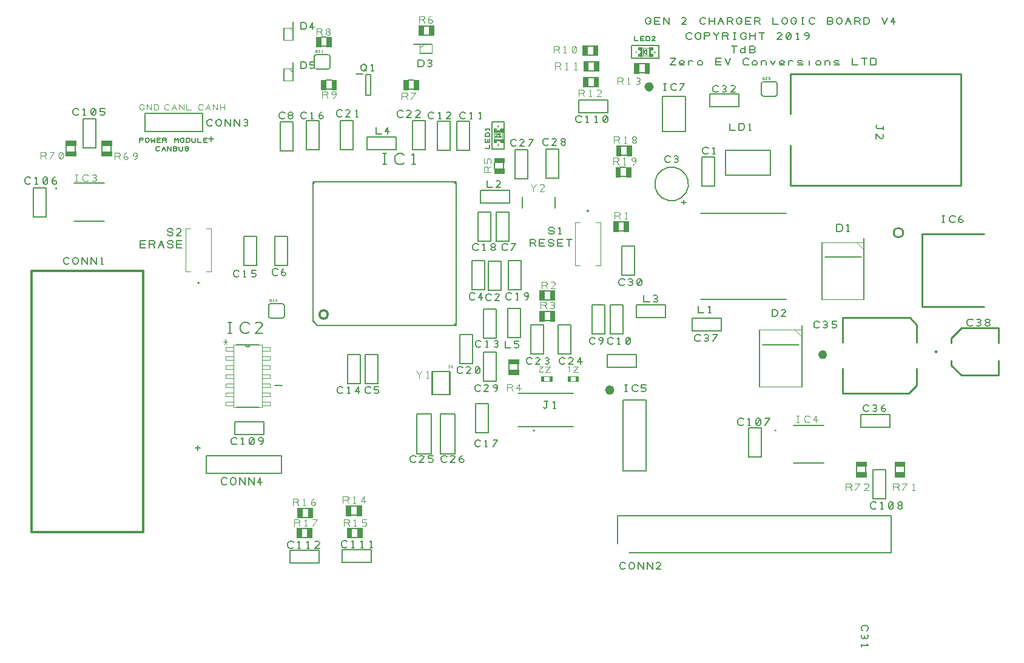
<source format=gbr>
G04 EasyPC Gerber Version 21.0.3 Build 4286 *
%FSLAX35Y35*%
%MOIN*%
%ADD96C,0.00001*%
%ADD93C,0.00080*%
%ADD79C,0.00100*%
%ADD98C,0.00128*%
%ADD92C,0.00300*%
%ADD84C,0.00320*%
%ADD89C,0.00394*%
%ADD85C,0.00400*%
%ADD82C,0.00500*%
%ADD83C,0.00576*%
%ADD94C,0.00600*%
%ADD86C,0.00787*%
%ADD91C,0.00800*%
%ADD95C,0.00820*%
%ADD88C,0.01000*%
%ADD87C,0.01200*%
%ADD97C,0.02500*%
%ADD90C,0.02756*%
X0Y0D02*
D02*
D79*
X26787Y275855D02*
Y273296D01*
X32299*
Y275855*
X26787*
G36*
Y273296*
X32299*
Y275855*
X26787*
G37*
Y281655D02*
Y279096D01*
X32299*
Y281655*
X26787*
G36*
Y279096*
X32299*
Y281655*
X26787*
G37*
X46472Y275855D02*
Y273296D01*
X51984*
Y275855*
X46472*
G36*
Y273296*
X51984*
Y275855*
X46472*
G37*
Y281655D02*
Y279096D01*
X51984*
Y281655*
X46472*
G36*
Y279096*
X51984*
Y281655*
X46472*
G37*
X153683Y63287D02*
X156243D01*
Y68799*
X153683*
Y63287*
G36*
X156243*
Y68799*
X153683*
Y63287*
G37*
X156677Y79811D02*
X154118D01*
Y74299*
X156677*
Y79811*
G36*
X154118*
Y74299*
X156677*
Y79811*
G37*
X159483Y63287D02*
X162043D01*
Y68799*
X159483*
Y63287*
G36*
X162043*
Y68799*
X159483*
Y63287*
G37*
X162477Y79811D02*
X159918D01*
Y74299*
X162477*
Y79811*
G36*
X159918*
Y74299*
X162477*
Y79811*
G37*
X164313Y333366D02*
X166872D01*
Y338878*
X164313*
Y333366*
G36*
X166872*
Y338878*
X164313*
Y333366*
G37*
X169669Y315244D02*
X167110D01*
Y309732*
X169669*
Y315244*
G36*
X167110*
Y309732*
X169669*
Y315244*
G37*
X170113Y333366D02*
X172672D01*
Y338878*
X170113*
Y333366*
G36*
X172672*
Y338878*
X170113*
Y333366*
G37*
X175469Y315244D02*
X172910D01*
Y309732*
X175469*
Y315244*
G36*
X172910*
Y309732*
X175469*
Y315244*
G37*
X180849Y75492D02*
X183408D01*
Y81004*
X180849*
Y75492*
G36*
X183408*
Y81004*
X180849*
Y75492*
G37*
X183843Y68787D02*
X181283D01*
Y63276*
X183843*
Y68787*
G36*
X181283*
Y63276*
X183843*
Y68787*
G37*
X186649Y75492D02*
X189208D01*
Y81004*
X186649*
Y75492*
G36*
X189208*
Y81004*
X186649*
Y75492*
G37*
X189643Y68787D02*
X187083D01*
Y63276*
X189643*
Y68787*
G36*
X187083*
Y63276*
X189643*
Y68787*
G37*
X212345Y309744D02*
X214904D01*
Y315256*
X212345*
Y309744*
G36*
X214904*
Y315256*
X212345*
Y309744*
G37*
X218145D02*
X220704D01*
Y315256*
X218145*
Y309744*
G36*
X220704*
Y315256*
X218145*
Y309744*
G37*
X223213Y345165D02*
X220654D01*
Y339654*
X223213*
Y345165*
G36*
X220654*
Y339654*
X223213*
Y345165*
G37*
X229013D02*
X226454D01*
Y339654*
X229013*
Y345165*
G36*
X226454*
Y339654*
X229013*
Y345165*
G37*
X261998Y280624D02*
X263277D01*
Y282593*
X261998*
Y280624*
G36*
X263277*
Y282593*
X261998*
Y280624*
G37*
Y288203D02*
X263277D01*
Y288498*
X261998*
Y288203*
G36*
X263277*
Y288498*
X261998*
Y288203*
G37*
X262096Y286530D02*
X263277D01*
Y287561*
X262096*
Y286530*
G36*
X263277*
Y287561*
X262096*
Y286530*
G37*
X262220Y266406D02*
Y263847D01*
X267732*
Y266406*
X262220*
G36*
Y263847*
X267732*
Y266406*
X262220*
G37*
Y272206D02*
Y269647D01*
X267732*
Y272206*
X262220*
G36*
Y269647*
X267732*
Y272206*
X262220*
G37*
X263179Y281608D02*
X263769D01*
Y282593*
X263179*
Y281608*
G36*
X263769*
Y282593*
X263179*
Y281608*
G37*
Y286530D02*
X263769D01*
Y287514*
X263179*
Y286530*
G36*
X263769*
Y287514*
X263179*
Y286530*
G37*
X263671Y281904D02*
X265246D01*
Y282593*
X263671*
Y281904*
G36*
X265246*
Y282593*
X263671*
Y281904*
G37*
Y286530D02*
X265246D01*
Y287219*
X263671*
Y286530*
G36*
X265246*
Y287219*
X263671*
Y286530*
G37*
X265147Y281608D02*
X265738D01*
Y282593*
X265147*
Y281608*
G36*
X265738*
Y282593*
X265147*
Y281608*
G37*
Y286530D02*
X265738D01*
Y287514*
X265147*
Y286530*
G36*
X265738*
Y287514*
X265147*
Y286530*
G37*
X265639Y280624D02*
X266919D01*
Y282593*
X265639*
Y280624*
G36*
X266919*
Y282593*
X265639*
Y280624*
G37*
Y286530D02*
X266919D01*
Y288498*
X265639*
Y286530*
G36*
X266919*
Y288498*
X265639*
Y286530*
G37*
X275673Y153176D02*
Y155735D01*
X270161*
Y153176*
X275673*
G36*
Y155735*
X270161*
Y153176*
X275673*
G37*
Y158976D02*
Y161535D01*
X270161*
Y158976*
X275673*
G36*
Y161535*
X270161*
Y158976*
X275673*
G37*
X287148Y182579D02*
X289707D01*
Y188091*
X287148*
Y182579*
G36*
X289707*
Y188091*
X287148*
Y182579*
G37*
Y193996D02*
X289707D01*
Y199508*
X287148*
Y193996*
G36*
X289707*
Y199508*
X287148*
Y193996*
G37*
X288002Y149305D02*
X289380D01*
Y152061*
X288002*
Y149305*
G36*
X289380*
Y152061*
X288002*
Y149305*
G37*
X292948Y182579D02*
X295507D01*
Y188091*
X292948*
Y182579*
G36*
X295507*
Y188091*
X292948*
Y182579*
G37*
Y193996D02*
X295507D01*
Y199508*
X292948*
Y193996*
G36*
X295507*
Y199508*
X292948*
Y193996*
G37*
X293907Y152061D02*
X292529D01*
Y149305*
X293907*
Y152061*
G36*
X292529*
Y149305*
X293907*
Y152061*
G37*
X302569Y149305D02*
X303946D01*
Y152061*
X302569*
Y149305*
G36*
X303946*
Y152061*
X302569*
Y149305*
G37*
X308474Y152061D02*
X307096D01*
Y149305*
X308474*
Y152061*
G36*
X307096*
Y149305*
X308474*
Y152061*
G37*
X310770Y328642D02*
X313329D01*
Y334154*
X310770*
Y328642*
G36*
X313329*
Y334154*
X310770*
Y328642*
G37*
X311164Y311319D02*
X313723D01*
Y316831*
X311164*
Y311319*
G36*
X313723*
Y316831*
X311164*
Y311319*
G37*
X313764Y325480D02*
X311205D01*
Y319969*
X313764*
Y325480*
G36*
X311205*
Y319969*
X313764*
Y325480*
G37*
X316570Y328642D02*
X319129D01*
Y334154*
X316570*
Y328642*
G36*
X319129*
Y334154*
X316570*
Y328642*
G37*
X316964Y311319D02*
X319523D01*
Y316831*
X316964*
Y311319*
G36*
X319523*
Y316831*
X316964*
Y311319*
G37*
X319564Y325480D02*
X317005D01*
Y319969*
X319564*
Y325480*
G36*
X317005*
Y319969*
X319564*
Y325480*
G37*
X327699Y231791D02*
X330258D01*
Y237303*
X327699*
Y231791*
G36*
X330258*
Y237303*
X327699*
Y231791*
G37*
X328880Y261713D02*
X331439D01*
Y267224*
X328880*
Y261713*
G36*
X331439*
Y267224*
X328880*
Y261713*
G37*
X329274Y273524D02*
X331833D01*
Y279035*
X329274*
Y273524*
G36*
X331833*
Y279035*
X329274*
Y273524*
G37*
X333499Y231791D02*
X336058D01*
Y237303*
X333499*
Y231791*
G36*
X336058*
Y237303*
X333499*
Y231791*
G37*
X334680Y261713D02*
X337239D01*
Y267224*
X334680*
Y261713*
G36*
X337239*
Y267224*
X334680*
Y261713*
G37*
X335074Y273524D02*
X337633D01*
Y279035*
X335074*
Y273524*
G36*
X337633*
Y279035*
X335074*
Y273524*
G37*
X341643Y328144D02*
Y329423D01*
X341348*
Y328144*
X341643*
G36*
Y329423*
X341348*
Y328144*
X341643*
G37*
X341717Y324299D02*
X339157D01*
Y318787*
X341717*
Y324299*
G36*
X339157*
Y318787*
X341717*
Y324299*
G37*
X343317Y328242D02*
Y329423D01*
X342285*
Y328242*
X343317*
G36*
Y329423*
X342285*
Y328242*
X343317*
G37*
Y329325D02*
Y329915D01*
X342332*
Y329325*
X343317*
G36*
Y329915*
X342332*
Y329325*
X343317*
G37*
Y329817D02*
Y331392D01*
X342628*
Y329817*
X343317*
G36*
Y331392*
X342628*
Y329817*
X343317*
G37*
Y331293D02*
Y331884D01*
X342332*
Y331293*
X343317*
G36*
Y331884*
X342332*
Y331293*
X343317*
G37*
Y331785D02*
Y333065D01*
X341348*
Y331785*
X343317*
G36*
Y333065*
X341348*
Y331785*
X343317*
G37*
X347517Y324299D02*
X344957D01*
Y318787*
X347517*
Y324299*
G36*
X344957*
Y318787*
X347517*
Y324299*
G37*
X347943Y329817D02*
Y331392D01*
X347254*
Y329817*
X347943*
G36*
Y331392*
X347254*
Y329817*
X347943*
G37*
X348238Y329325D02*
Y329915D01*
X347254*
Y329325*
X348238*
G36*
Y329915*
X347254*
Y329325*
X348238*
G37*
Y331293D02*
Y331884D01*
X347254*
Y331293*
X348238*
G36*
Y331884*
X347254*
Y331293*
X348238*
G37*
X349222Y328144D02*
Y329423D01*
X347254*
Y328144*
X349222*
G36*
Y329423*
X347254*
Y328144*
X349222*
G37*
Y331785D02*
Y333065D01*
X347254*
Y331785*
X349222*
G36*
Y333065*
X347254*
Y331785*
X349222*
G37*
X466539Y96877D02*
Y99436D01*
X461027*
Y96877*
X466539*
G36*
Y99436*
X461027*
Y96877*
X466539*
G37*
Y102677D02*
Y105236D01*
X461027*
Y102677*
X466539*
G36*
Y105236*
X461027*
Y102677*
X466539*
G37*
X487799Y96877D02*
Y99436D01*
X482287*
Y96877*
X487799*
G36*
Y99436*
X482287*
Y96877*
X487799*
G37*
Y102677D02*
Y105236D01*
X482287*
Y102677*
X487799*
G36*
Y105236*
X482287*
Y102677*
X487799*
G37*
D02*
D82*
X7465Y258545D02*
X7153Y258232D01*
X6528Y257920*
X5590*
X4965Y258232*
X4653Y258545*
X4340Y259170*
Y260420*
X4653Y261045*
X4965Y261357*
X5590Y261670*
X6528*
X7153Y261357*
X7465Y261045*
X9965Y257920D02*
X11215D01*
X10590D02*
Y261670D01*
X9965Y261045*
X14653Y258232D02*
X15278Y257920D01*
X15903*
X16528Y258232*
X16840Y258857*
Y260732*
X16528Y261357*
X15903Y261670*
X15278*
X14653Y261357*
X14340Y260732*
Y258857*
X14653Y258232*
X16528Y261357*
X19340Y258857D02*
X19653Y259482D01*
X20278Y259795*
X20903*
X21528Y259482*
X21840Y258857*
X21528Y258232*
X20903Y257920*
X20278*
X19653Y258232*
X19340Y258857*
Y259795*
X19653Y260732*
X20278Y261357*
X20903Y261670*
X16108Y239927D02*
Y255927D01*
X9108*
Y239927*
X16108*
X28725Y214450D02*
X28413Y214138D01*
X27787Y213825*
X26850*
X26225Y214138*
X25913Y214450*
X25600Y215075*
Y216325*
X25913Y216950*
X26225Y217263*
X26850Y217575*
X27787*
X28413Y217263*
X28725Y216950*
X30600Y215075D02*
Y216325D01*
X30913Y216950*
X31225Y217263*
X31850Y217575*
X32475*
X33100Y217263*
X33413Y216950*
X33725Y216325*
Y215075*
X33413Y214450*
X33100Y214138*
X32475Y213825*
X31850*
X31225Y214138*
X30913Y214450*
X30600Y215075*
X35600Y213825D02*
Y217575D01*
X38725Y213825*
Y217575*
X40600Y213825D02*
Y217575D01*
X43725Y213825*
Y217575*
X46225Y213825D02*
X47475D01*
X46850D02*
Y217575D01*
X46225Y216950*
X33843Y296340D02*
X33531Y296028D01*
X32906Y295715*
X31968*
X31343Y296028*
X31031Y296340*
X30718Y296965*
Y298215*
X31031Y298840*
X31343Y299153*
X31968Y299465*
X32906*
X33531Y299153*
X33843Y298840*
X36343Y295715D02*
X37593D01*
X36968D02*
Y299465D01*
X36343Y298840*
X41031Y296028D02*
X41656Y295715D01*
X42281*
X42906Y296028*
X43218Y296653*
Y298528*
X42906Y299153*
X42281Y299465*
X41656*
X41031Y299153*
X40718Y298528*
Y296653*
X41031Y296028*
X42906Y299153*
X45718Y296028D02*
X46343Y295715D01*
X47281*
X47906Y296028*
X48218Y296653*
Y296965*
X47906Y297590*
X47281Y297903*
X45718*
Y299465*
X48218*
X43273Y277722D02*
Y293722D01*
X36273*
Y277722*
X43273*
X67726Y222880D02*
Y226630D01*
X70851*
X70226Y224756D02*
X67726D01*
Y222880D02*
X70851D01*
X72726D02*
Y226630D01*
X74913*
X75539Y226318*
X75851Y225693*
X75539Y225068*
X74913Y224756*
X72726*
X74913D02*
X75851Y222880D01*
X77726D02*
X79289Y226630D01*
X80851Y222880*
X78351Y224443D02*
X80226D01*
X82726Y223818D02*
X83039Y223193D01*
X83663Y222880*
X84913*
X85539Y223193*
X85851Y223818*
X85539Y224443*
X84913Y224756*
X83663*
X83039Y225068*
X82726Y225693*
X83039Y226318*
X83663Y226630*
X84913*
X85539Y226318*
X85851Y225693*
X87726Y222880D02*
Y226630D01*
X90851*
X90226Y224756D02*
X87726D01*
Y222880D02*
X90851D01*
X82687Y230511D02*
X82999Y229886D01*
X83624Y229573*
X84874*
X85499Y229886*
X85812Y230511*
X85499Y231136*
X84874Y231448*
X83624*
X82999Y231761*
X82687Y232386*
X82999Y233011*
X83624Y233323*
X84874*
X85499Y233011*
X85812Y232386*
X90187Y229573D02*
X87687D01*
X89874Y231761*
X90187Y232386*
X89874Y233011*
X89249Y233323*
X88312*
X87687Y233011*
X98041Y112713D02*
X100541D01*
X99291Y111463D02*
Y113963D01*
X101978Y296746D02*
X70482D01*
Y286904*
X101978*
Y296746*
X103946Y98715D02*
X145285D01*
Y108557*
X103946*
Y98715*
X107465Y290435D02*
X107153Y290122D01*
X106528Y289809*
X105590*
X104965Y290122*
X104653Y290435*
X104340Y291059*
Y292309*
X104653Y292935*
X104965Y293247*
X105590Y293559*
X106528*
X107153Y293247*
X107465Y292935*
X109340Y291059D02*
Y292309D01*
X109653Y292935*
X109965Y293247*
X110590Y293559*
X111215*
X111840Y293247*
X112153Y292935*
X112465Y292309*
Y291059*
X112153Y290435*
X111840Y290122*
X111215Y289809*
X110590*
X109965Y290122*
X109653Y290435*
X109340Y291059*
X114340Y289809D02*
Y293559D01*
X117465Y289809*
Y293559*
X119340Y289809D02*
Y293559D01*
X122465Y289809*
Y293559*
X124653Y290122D02*
X125278Y289809D01*
X125903*
X126528Y290122*
X126840Y290747*
X126528Y291372*
X125903Y291685*
X125278*
X125903D02*
X126528Y291997D01*
X126840Y292622*
X126528Y293247*
X125903Y293559*
X125278*
X124653Y293247*
X107883Y282748D02*
X105383D01*
X106633Y283998D02*
Y281498D01*
X115339Y93191D02*
X115027Y92878D01*
X114402Y92565*
X113464*
X112839Y92878*
X112527Y93191*
X112214Y93815*
Y95065*
X112527Y95691*
X112839Y96003*
X113464Y96315*
X114402*
X115027Y96003*
X115339Y95691*
X117214Y93815D02*
Y95065D01*
X117527Y95691*
X117839Y96003*
X118464Y96315*
X119089*
X119714Y96003*
X120027Y95691*
X120339Y95065*
Y93815*
X120027Y93191*
X119714Y92878*
X119089Y92565*
X118464*
X117839Y92878*
X117527Y93191*
X117214Y93815*
X122214Y92565D02*
Y96315D01*
X125339Y92565*
Y96315*
X127214Y92565D02*
Y96315D01*
X130339Y92565*
Y96315*
X133777Y92565D02*
Y96315D01*
X132214Y93815*
X134714*
X120851Y115238D02*
X120539Y114925D01*
X119913Y114613*
X118976*
X118351Y114925*
X118039Y115238*
X117726Y115863*
Y117113*
X118039Y117738*
X118351Y118050*
X118976Y118363*
X119913*
X120539Y118050*
X120851Y117738*
X123351Y114613D02*
X124601D01*
X123976D02*
Y118363D01*
X123351Y117738*
X128039Y114925D02*
X128663Y114613D01*
X129289*
X129913Y114925*
X130226Y115550*
Y117425*
X129913Y118050*
X129289Y118363*
X128663*
X128039Y118050*
X127726Y117425*
Y115550*
X128039Y114925*
X129913Y118050*
X133663Y114613D02*
X134289Y114925D01*
X134913Y115550*
X135226Y116488*
Y117425*
X134913Y118050*
X134289Y118363*
X133663*
X133039Y118050*
X132726Y117425*
X133039Y116800*
X133663Y116488*
X134289*
X134913Y116800*
X135226Y117425*
X122032Y207364D02*
X121720Y207051D01*
X121094Y206739*
X120157*
X119532Y207051*
X119220Y207364*
X118907Y207989*
Y209239*
X119220Y209864*
X119532Y210176*
X120157Y210489*
X121094*
X121720Y210176*
X122032Y209864*
X124532Y206739D02*
X125782D01*
X125157D02*
Y210489D01*
X124532Y209864*
X128907Y207051D02*
X129532Y206739D01*
X130470*
X131094Y207051*
X131407Y207676*
Y207989*
X131094Y208614*
X130470Y208926*
X128907*
Y210489*
X131407*
X119569Y120018D02*
X135569D01*
Y127018*
X119569*
Y120018*
X124856Y229156D02*
Y213156D01*
X131856*
Y229156*
X124856*
X143410Y208218D02*
X143098Y207906D01*
X142472Y207593*
X141535*
X140910Y207906*
X140598Y208218*
X140285Y208843*
Y210093*
X140598Y210718*
X140910Y211031*
X141535Y211343*
X142472*
X143098Y211031*
X143410Y210718*
X145285Y208531D02*
X145598Y209156D01*
X146222Y209468*
X146848*
X147472Y209156*
X147785Y208531*
X147472Y207906*
X146848Y207593*
X146222*
X145598Y207906*
X145285Y208531*
Y209468*
X145598Y210406*
X146222Y211031*
X146848Y211343*
X141785Y229156D02*
Y213156D01*
X148785*
Y229156*
X141785*
X147229Y294372D02*
X146917Y294059D01*
X146291Y293746*
X145354*
X144729Y294059*
X144417Y294372*
X144104Y294996*
Y296246*
X144417Y296872*
X144729Y297184*
X145354Y297496*
X146291*
X146917Y297184*
X147229Y296872*
X150041Y295622D02*
X150667D01*
X151291Y295934*
X151604Y296559*
X151291Y297184*
X150667Y297496*
X150041*
X149417Y297184*
X149104Y296559*
X149417Y295934*
X150041Y295622*
X149417Y295309*
X149104Y294684*
X149417Y294059*
X150041Y293746*
X150667*
X151291Y294059*
X151604Y294684*
X151291Y295309*
X150667Y295622*
X151954Y58151D02*
X151641Y57839D01*
X151016Y57526*
X150078*
X149454Y57839*
X149141Y58151*
X148828Y58776*
Y60026*
X149141Y60651*
X149454Y60964*
X150078Y61276*
X151016*
X151641Y60964*
X151954Y60651*
X154454Y57526D02*
X155704D01*
X155078D02*
Y61276D01*
X154454Y60651*
X159454Y57526D02*
X160704D01*
X160078D02*
Y61276D01*
X159454Y60651*
X166328Y57526D02*
X163828D01*
X166016Y59714*
X166328Y60339*
X166016Y60964*
X165391Y61276*
X164454*
X163828Y60964*
X151541Y276148D02*
Y292148D01*
X144541*
Y276148*
X151541*
X159040Y294372D02*
X158728Y294059D01*
X158102Y293746*
X157165*
X156540Y294059*
X156228Y294372*
X155915Y294996*
Y296246*
X156228Y296872*
X156540Y297184*
X157165Y297496*
X158102*
X158728Y297184*
X159040Y296872*
X161540Y293746D02*
X162790D01*
X162165D02*
Y297496D01*
X161540Y296872*
X165915Y294684D02*
X166228Y295309D01*
X166852Y295622*
X167478*
X168102Y295309*
X168415Y294684*
X168102Y294059*
X167478Y293746*
X166852*
X166228Y294059*
X165915Y294684*
Y295622*
X166228Y296559*
X166852Y297184*
X167478Y297496*
X155915Y321306D02*
Y325056D01*
X157790*
X158415Y324743*
X158728Y324431*
X159040Y323806*
Y322556*
X158728Y321931*
X158415Y321618*
X157790Y321306*
X155915*
X160915Y321618D02*
X161540Y321306D01*
X162478*
X163102Y321618*
X163415Y322243*
Y322556*
X163102Y323181*
X162478Y323493*
X160915*
Y325056*
X163415*
X155915Y342959D02*
Y346709D01*
X157790*
X158415Y346397*
X158728Y346084*
X159040Y345459*
Y344209*
X158728Y343584*
X158415Y343272*
X157790Y342959*
X155915*
X162478D02*
Y346709D01*
X160915Y344209*
X163415*
X162608Y184148D02*
Y182573D01*
X164970Y180211*
X166545*
X162608Y255014D02*
Y258951D01*
X166545*
X165883Y56545D02*
X149883D01*
Y49545*
X165883*
Y56545*
X166108Y276935D02*
Y292935D01*
X159108*
Y276935*
X166108*
X178725Y295553D02*
X178413Y295240D01*
X177787Y294928*
X176850*
X176225Y295240*
X175913Y295553*
X175600Y296178*
Y297428*
X175913Y298053*
X176225Y298365*
X176850Y298678*
X177787*
X178413Y298365*
X178725Y298053*
X183100Y294928D02*
X180600D01*
X182787Y297115*
X183100Y297740*
X182787Y298365*
X182163Y298678*
X181225*
X180600Y298365*
X186225Y294928D02*
X187475D01*
X186850D02*
Y298678D01*
X186225Y298053*
X179119Y143257D02*
X178806Y142945D01*
X178181Y142632*
X177244*
X176619Y142945*
X176306Y143257*
X175994Y143882*
Y145132*
X176306Y145757*
X176619Y146070*
X177244Y146382*
X178181*
X178806Y146070*
X179119Y145757*
X181619Y142632D02*
X182869D01*
X182244D02*
Y146382D01*
X181619Y145757*
X187556Y142632D02*
Y146382D01*
X185994Y143882*
X188494*
X181481Y58545D02*
X181169Y58232D01*
X180543Y57920*
X179606*
X178981Y58232*
X178669Y58545*
X178356Y59170*
Y60420*
X178669Y61045*
X178981Y61357*
X179606Y61670*
X180543*
X181169Y61357*
X181481Y61045*
X183981Y57920D02*
X185231D01*
X184606D02*
Y61670D01*
X183981Y61045*
X188981Y57920D02*
X190231D01*
X189606D02*
Y61670D01*
X188981Y61045*
X193981Y57920D02*
X195231D01*
X194606D02*
Y61670D01*
X193981Y61045*
X178624Y49939D02*
X194624D01*
Y56939*
X178624*
Y49939*
X181549Y164195D02*
Y148195D01*
X188549*
Y164195*
X181549*
X184612Y276935D02*
Y292935D01*
X177612*
Y276935*
X184612*
X188986Y321374D02*
Y322624D01*
X189298Y323250*
X189611Y323562*
X190236Y323874*
X190861*
X191486Y323562*
X191798Y323250*
X192111Y322624*
Y321374*
X191798Y320750*
X191486Y320437*
X190861Y320124*
X190236*
X189611Y320437*
X189298Y320750*
X188986Y321374*
X191173Y321062D02*
X192111Y320124D01*
X194611D02*
X195861D01*
X195236D02*
Y323874D01*
X194611Y323250*
X194473Y143257D02*
X194161Y142945D01*
X193535Y142632*
X192598*
X191973Y142945*
X191661Y143257*
X191348Y143882*
Y145132*
X191661Y145757*
X191973Y146070*
X192598Y146382*
X193535*
X194161Y146070*
X194473Y145757*
X196348Y142945D02*
X196973Y142632D01*
X197911*
X198535Y142945*
X198848Y143570*
Y143882*
X198535Y144507*
X197911Y144820*
X196348*
Y146382*
X198848*
X191391Y164195D02*
Y148195D01*
X198391*
Y164195*
X191391*
X192403Y276711D02*
X208403D01*
Y283711*
X192403*
Y276711*
X197254Y289229D02*
Y285479D01*
X200379*
X203816D02*
Y289229D01*
X202254Y286729*
X204754*
X212190Y295159D02*
X211877Y294846D01*
X211252Y294534*
X210315*
X209690Y294846*
X209377Y295159*
X209065Y295784*
Y297034*
X209377Y297659*
X209690Y297972*
X210315Y298284*
X211252*
X211877Y297972*
X212190Y297659*
X216565Y294534D02*
X214065D01*
X216252Y296722*
X216565Y297346*
X216252Y297972*
X215627Y298284*
X214690*
X214065Y297972*
X221565Y294534D02*
X219065D01*
X221252Y296722*
X221565Y297346*
X221252Y297972*
X220627Y298284*
X219690*
X219065Y297972*
X219276Y105431D02*
X218964Y105118D01*
X218339Y104806*
X217401*
X216776Y105118*
X216464Y105431*
X216151Y106056*
Y107306*
X216464Y107931*
X216776Y108243*
X217401Y108556*
X218339*
X218964Y108243*
X219276Y107931*
X223651Y104806D02*
X221151D01*
X223339Y106993*
X223651Y107618*
X223339Y108243*
X222714Y108556*
X221776*
X221151Y108243*
X226151Y105118D02*
X226776Y104806D01*
X227714*
X228339Y105118*
X228651Y105743*
Y106056*
X228339Y106681*
X227714Y106993*
X226151*
Y108556*
X228651*
X219631Y131368D02*
Y109368D01*
X227631*
Y131368*
X219631*
X220482Y322487D02*
Y326237D01*
X222357*
X222982Y325924*
X223294Y325612*
X223607Y324987*
Y323737*
X223294Y323112*
X222982Y322799*
X222357Y322487*
X220482*
X225794Y322799D02*
X226419Y322487D01*
X227044*
X227669Y322799*
X227982Y323424*
X227669Y324049*
X227044Y324362*
X226419*
X227044D02*
X227669Y324674D01*
X227982Y325299*
X227669Y325924*
X227044Y326237*
X226419*
X225794Y325924*
X224376Y276935D02*
Y292935D01*
X217376*
Y276935*
X224376*
X229119Y294372D02*
X228806Y294059D01*
X228181Y293746*
X227244*
X226619Y294059*
X226306Y294372*
X225994Y294996*
Y296246*
X226306Y296872*
X226619Y297184*
X227244Y297496*
X228181*
X228806Y297184*
X229119Y296872*
X231619Y293746D02*
X232869D01*
X232244D02*
Y297496D01*
X231619Y296872*
X238494Y293746D02*
X235994D01*
X238181Y295934*
X238494Y296559*
X238181Y297184*
X237556Y297496*
X236619*
X235994Y297184*
X228159Y142022D02*
Y154620D01*
X238002*
Y142022*
X228159*
X232624Y131368D02*
Y109368D01*
X240624*
Y131368*
X232624*
X236206Y105431D02*
X235893Y105118D01*
X235268Y104806*
X234330*
X233706Y105118*
X233393Y105431*
X233080Y106056*
Y107306*
X233393Y107931*
X233706Y108243*
X234330Y108556*
X235268*
X235893Y108243*
X236206Y107931*
X240580Y104806D02*
X238080D01*
X240268Y106993*
X240580Y107618*
X240268Y108243*
X239643Y108556*
X238706*
X238080Y108243*
X243080Y105743D02*
X243393Y106368D01*
X244018Y106681*
X244643*
X245268Y106368*
X245580Y105743*
X245268Y105118*
X244643Y104806*
X244018*
X243393Y105118*
X243080Y105743*
Y106681*
X243393Y107618*
X244018Y108243*
X244643Y108556*
X237411Y180211D02*
X241348D01*
Y183360*
X237805Y142022D02*
X228356D01*
Y154620*
X237805*
Y142022*
X237998Y276541D02*
Y292541D01*
X230998*
Y276541*
X237998*
X241348Y255014D02*
Y258951D01*
X237411*
X244985Y154281D02*
X244672Y153969D01*
X244047Y153656*
X243110*
X242485Y153969*
X242172Y154281*
X241860Y154906*
Y156156*
X242172Y156781*
X242485Y157094*
X243110Y157406*
X244047*
X244672Y157094*
X244985Y156781*
X249360Y153656D02*
X246860D01*
X249047Y155844*
X249360Y156469*
X249047Y157094*
X248422Y157406*
X247485*
X246860Y157094*
X252172Y153969D02*
X252797Y153656D01*
X253422*
X254047Y153969*
X254360Y154594*
Y156469*
X254047Y157094*
X253422Y157406*
X252797*
X252172Y157094*
X251860Y156469*
Y154594*
X252172Y153969*
X254047Y157094*
X246442Y294372D02*
X246129Y294059D01*
X245504Y293746*
X244567*
X243942Y294059*
X243629Y294372*
X243317Y294996*
Y296246*
X243629Y296872*
X243942Y297184*
X244567Y297496*
X245504*
X246129Y297184*
X246442Y296872*
X248942Y293746D02*
X250192D01*
X249567D02*
Y297496D01*
X248942Y296872*
X253942Y293746D02*
X255192D01*
X254567D02*
Y297496D01*
X253942Y296872*
X243360Y175219D02*
Y159219D01*
X250360*
Y175219*
X243360*
X251678Y194832D02*
X251365Y194520D01*
X250740Y194207*
X249803*
X249178Y194520*
X248865Y194832*
X248553Y195457*
Y196707*
X248865Y197332*
X249178Y197645*
X249803Y197957*
X250740*
X251365Y197645*
X251678Y197332*
X255115Y194207D02*
Y197957D01*
X253553Y195457*
X256053*
X248785Y276541D02*
Y292541D01*
X241785*
Y276541*
X248785*
X250053Y215770D02*
Y199770D01*
X257053*
Y215770*
X250053*
X253528Y221931D02*
X253216Y221618D01*
X252591Y221306*
X251653*
X251028Y221618*
X250716Y221931*
X250403Y222556*
Y223806*
X250716Y224431*
X251028Y224743*
X251653Y225056*
X252591*
X253216Y224743*
X253528Y224431*
X256028Y221306D02*
X257278D01*
X256653D02*
Y225056D01*
X256028Y224431*
X261341Y223181D02*
X261966D01*
X262591Y223493*
X262903Y224118*
X262591Y224743*
X261966Y225056*
X261341*
X260716Y224743*
X260403Y224118*
X260716Y223493*
X261341Y223181*
X260716Y222868*
X260403Y222243*
X260716Y221618*
X261341Y221306*
X261966*
X262591Y221618*
X262903Y222243*
X262591Y222868*
X261966Y223181*
X254709Y114057D02*
X254397Y113744D01*
X253772Y113431*
X252834*
X252209Y113744*
X251897Y114057*
X251584Y114681*
Y115931*
X251897Y116557*
X252209Y116869*
X252834Y117181*
X253772*
X254397Y116869*
X254709Y116557*
X257209Y113431D02*
X258459D01*
X257834D02*
Y117181D01*
X257209Y116557*
X261584Y113431D02*
X264084Y117181D01*
X261584*
X254788Y144439D02*
X254476Y144126D01*
X253850Y143813*
X252913*
X252288Y144126*
X251976Y144439*
X251663Y145063*
Y146313*
X251976Y146939*
X252288Y147251*
X252913Y147563*
X253850*
X254476Y147251*
X254788Y146939*
X259163Y143813D02*
X256663D01*
X258850Y146001*
X259163Y146626*
X258850Y147251*
X258226Y147563*
X257288*
X256663Y147251*
X262600Y143813D02*
X263226Y144126D01*
X263850Y144751*
X264163Y145689*
Y146626*
X263850Y147251*
X263226Y147563*
X262600*
X261976Y147251*
X261663Y146626*
X261976Y146001*
X262600Y145689*
X263226*
X263850Y146001*
X264163Y146626*
X255103Y168781D02*
X254791Y168469D01*
X254165Y168156*
X253228*
X252603Y168469*
X252291Y168781*
X251978Y169406*
Y170656*
X252291Y171281*
X252603Y171594*
X253228Y171906*
X254165*
X254791Y171594*
X255103Y171281*
X257603Y168156D02*
X258853D01*
X258228D02*
Y171906D01*
X257603Y171281*
X262291Y168469D02*
X262915Y168156D01*
X263541*
X264165Y168469*
X264478Y169094*
X264165Y169719*
X263541Y170031*
X262915*
X263541D02*
X264165Y170344D01*
X264478Y170969*
X264165Y171594*
X263541Y171906*
X262915*
X262291Y171594*
X252021Y137030D02*
Y121030D01*
X259021*
Y137030*
X252021*
X253202Y242541D02*
Y226541D01*
X260202*
Y242541*
X253202*
X256352Y165376D02*
Y149376D01*
X263352*
Y165376*
X256352*
Y188998D02*
Y172998D01*
X263352*
Y188998*
X256352*
X260733Y194439D02*
X260420Y194126D01*
X259795Y193813*
X258858*
X258233Y194126*
X257920Y194439*
X257608Y195063*
Y196313*
X257920Y196939*
X258233Y197251*
X258858Y197563*
X259795*
X260420Y197251*
X260733Y196939*
X265108Y193813D02*
X262608D01*
X264795Y196001*
X265108Y196626*
X264795Y197251*
X264170Y197563*
X263233*
X262608Y197251*
X258277Y259701D02*
Y255951D01*
X261402*
X265777D02*
X263277D01*
X265465Y258139*
X265777Y258764*
X265465Y259389*
X264840Y259701*
X263902*
X263277Y259389*
X259108Y215376D02*
Y199376D01*
X266108*
Y215376*
X259108*
X263439Y242541D02*
Y226541D01*
X270439*
Y242541*
X263439*
X269670Y221931D02*
X269357Y221618D01*
X268732Y221306*
X267795*
X267170Y221618*
X266857Y221931*
X266545Y222556*
Y223806*
X266857Y224431*
X267170Y224743*
X267795Y225056*
X268732*
X269357Y224743*
X269670Y224431*
X271545Y221306D02*
X274045Y225056D01*
X271545*
X268238Y171579D02*
Y167829D01*
X271363*
X273238Y168142D02*
X273863Y167829D01*
X274800*
X275425Y168142*
X275738Y168767*
Y169079*
X275425Y169704*
X274800Y170017*
X273238*
Y171579*
X275738*
X271757Y194832D02*
X271444Y194520D01*
X270819Y194207*
X269881*
X269257Y194520*
X268944Y194832*
X268631Y195457*
Y196707*
X268944Y197332*
X269257Y197645*
X269881Y197957*
X270819*
X271444Y197645*
X271757Y197332*
X274257Y194207D02*
X275507D01*
X274881D02*
Y197957D01*
X274257Y197332*
X279569Y194207D02*
X280194Y194520D01*
X280819Y195145*
X281131Y196082*
Y197020*
X280819Y197645*
X280194Y197957*
X279569*
X278944Y197645*
X278631Y197020*
X278944Y196395*
X279569Y196082*
X280194*
X280819Y196395*
X281131Y197020*
X269738Y189392D02*
Y173392D01*
X276738*
Y189392*
X269738*
X270131Y215770D02*
Y199770D01*
X277131*
Y215770*
X270131*
X270608Y254577D02*
X254608D01*
Y247577*
X270608*
Y254577*
X274394Y279411D02*
X274082Y279098D01*
X273457Y278786*
X272519*
X271894Y279098*
X271582Y279411*
X271269Y280036*
Y281286*
X271582Y281911*
X271894Y282224*
X272519Y282536*
X273457*
X274082Y282224*
X274394Y281911*
X278769Y278786D02*
X276269D01*
X278457Y280974*
X278769Y281598*
X278457Y282224*
X277832Y282536*
X276894*
X276269Y282224*
X281269Y278786D02*
X283769Y282536D01*
X281269*
X277624Y250927D02*
Y244927D01*
X283056Y159399D02*
X282743Y159087D01*
X282118Y158774*
X281181*
X280556Y159087*
X280243Y159399*
X279931Y160024*
Y161274*
X280243Y161899*
X280556Y162212*
X281181Y162524*
X282118*
X282743Y162212*
X283056Y161899*
X287431Y158774D02*
X284931D01*
X287118Y160962*
X287431Y161587*
X287118Y162212*
X286493Y162524*
X285556*
X284931Y162212*
X290243Y159087D02*
X290868Y158774D01*
X291493*
X292118Y159087*
X292431Y159712*
X292118Y160337*
X291493Y160649*
X290868*
X291493D02*
X292118Y160962D01*
X292431Y161587*
X292118Y162212*
X291493Y162524*
X290868*
X290243Y162212*
X280832Y260813D02*
Y276813D01*
X273832*
Y260813*
X280832*
X281899Y223668D02*
Y227418D01*
X284087*
X284712Y227106*
X285024Y226480*
X284712Y225856*
X284087Y225543*
X281899*
X284087D02*
X285024Y223668D01*
X286899D02*
Y227418D01*
X290024*
X289399Y225543D02*
X286899D01*
Y223668D02*
X290024D01*
X291899Y224606D02*
X292212Y223980D01*
X292837Y223668*
X294087*
X294712Y223980*
X295024Y224606*
X294712Y225230*
X294087Y225543*
X292837*
X292212Y225856*
X291899Y226480*
X292212Y227106*
X292837Y227418*
X294087*
X294712Y227106*
X295024Y226480*
X296899Y223668D02*
Y227418D01*
X300024*
X299399Y225543D02*
X296899D01*
Y223668D02*
X300024D01*
X303462D02*
Y227418D01*
X301899D02*
X305024D01*
X282336Y180337D02*
Y164337D01*
X289336*
Y180337*
X282336*
X292111Y279805D02*
X291798Y279492D01*
X291173Y279180*
X290236*
X289611Y279492*
X289298Y279805*
X288986Y280430*
Y281680*
X289298Y282305*
X289611Y282617*
X290236Y282930*
X291173*
X291798Y282617*
X292111Y282305*
X296486Y279180D02*
X293986D01*
X296173Y281367*
X296486Y281992*
X296173Y282617*
X295548Y282930*
X294611*
X293986Y282617*
X299923Y281055D02*
X300548D01*
X301173Y281367*
X301486Y281992*
X301173Y282617*
X300548Y282930*
X299923*
X299298Y282617*
X298986Y281992*
X299298Y281367*
X299923Y281055*
X299298Y280742*
X298986Y280117*
X299298Y279492*
X299923Y279180*
X300548*
X301173Y279492*
X301486Y280117*
X301173Y280742*
X300548Y281055*
X289222Y135202D02*
X289535Y134890D01*
X290159Y134577*
X290785Y134890*
X291097Y135202*
Y138327*
X291722*
X291097D02*
X289847D01*
X294847Y134577D02*
X296097D01*
X295472D02*
Y138327D01*
X294847Y137702*
X292135Y231298D02*
X292448Y230673D01*
X293073Y230361*
X294323*
X294948Y230673*
X295261Y231298*
X294948Y231923*
X294323Y232236*
X293073*
X292448Y232548*
X292135Y233173*
X292448Y233798*
X293073Y234111*
X294323*
X294948Y233798*
X295261Y233173*
X297761Y230361D02*
X299011D01*
X298385D02*
Y234111D01*
X297761Y233486*
X295624Y250927D02*
Y244927D01*
X297336Y180337D02*
Y164337D01*
X304336*
Y180337*
X297336*
X297604Y261187D02*
Y277187D01*
X290604*
Y261187*
X297604*
X301166Y159332D02*
X300854Y159020D01*
X300228Y158707*
X299291*
X298666Y159020*
X298354Y159332*
X298041Y159957*
Y161207*
X298354Y161832*
X298666Y162145*
X299291Y162457*
X300228*
X300854Y162145*
X301166Y161832*
X305541Y158707D02*
X303041D01*
X305228Y160895*
X305541Y161520*
X305228Y162145*
X304604Y162457*
X303666*
X303041Y162145*
X309604Y158707D02*
Y162457D01*
X308041Y159957*
X310541*
X310221Y292403D02*
X309909Y292091D01*
X309283Y291778*
X308346*
X307721Y292091*
X307409Y292403*
X307096Y293028*
Y294278*
X307409Y294903*
X307721Y295216*
X308346Y295528*
X309283*
X309909Y295216*
X310221Y294903*
X312721Y291778D02*
X313971D01*
X313346D02*
Y295528D01*
X312721Y294903*
X317721Y291778D02*
X318971D01*
X318346D02*
Y295528D01*
X317721Y294903*
X322409Y292091D02*
X323033Y291778D01*
X323659*
X324283Y292091*
X324596Y292716*
Y294591*
X324283Y295216*
X323659Y295528*
X323033*
X322409Y295216*
X322096Y294591*
Y292716*
X322409Y292091*
X324283Y295216*
X308545Y297183D02*
X324545D01*
Y304183*
X308545*
Y297183*
X317741Y170423D02*
X317428Y170110D01*
X316803Y169798*
X315866*
X315241Y170110*
X314928Y170423*
X314616Y171048*
Y172298*
X314928Y172923*
X315241Y173235*
X315866Y173548*
X316803*
X317428Y173235*
X317741Y172923*
X320553Y169798D02*
X321178Y170110D01*
X321803Y170735*
X322116Y171673*
Y172610*
X321803Y173235*
X321178Y173548*
X320553*
X319928Y173235*
X319616Y172610*
X319928Y171985*
X320553Y171673*
X321178*
X321803Y171985*
X322116Y172610*
X316116Y191360D02*
Y175360D01*
X323116*
Y191360*
X316116*
X324293Y157026D02*
X340293D01*
Y164026*
X324293*
Y157026*
X327662Y170423D02*
X327350Y170110D01*
X326724Y169798*
X325787*
X325162Y170110*
X324850Y170423*
X324537Y171048*
Y172298*
X324850Y172923*
X325162Y173235*
X325787Y173548*
X326724*
X327350Y173235*
X327662Y172923*
X330162Y169798D02*
X331412D01*
X330787D02*
Y173548D01*
X330162Y172923*
X334850Y170110D02*
X335474Y169798D01*
X336100*
X336724Y170110*
X337037Y170735*
Y172610*
X336724Y173235*
X336100Y173548*
X335474*
X334850Y173235*
X334537Y172610*
Y170735*
X334850Y170110*
X336724Y173235*
X326037Y191360D02*
Y175360D01*
X333037*
Y191360*
X326037*
X333961Y202706D02*
X333649Y202394D01*
X333024Y202081*
X332086*
X331461Y202394*
X331149Y202706*
X330836Y203331*
Y204581*
X331149Y205206*
X331461Y205519*
X332086Y205831*
X333024*
X333649Y205519*
X333961Y205206*
X336149Y202394D02*
X336774Y202081D01*
X337399*
X338024Y202394*
X338336Y203019*
X338024Y203644*
X337399Y203956*
X336774*
X337399D02*
X338024Y204269D01*
X338336Y204894*
X338024Y205519*
X337399Y205831*
X336774*
X336149Y205519*
X341149Y202394D02*
X341774Y202081D01*
X342399*
X343024Y202394*
X343336Y203019*
Y204894*
X343024Y205519*
X342399Y205831*
X341774*
X341149Y205519*
X340836Y204894*
Y203019*
X341149Y202394*
X343024Y205519*
X334355Y46694D02*
X334043Y46382D01*
X333417Y46069*
X332480*
X331855Y46382*
X331543Y46694*
X331230Y47319*
Y48569*
X331543Y49194*
X331855Y49507*
X332480Y49819*
X333417*
X334043Y49507*
X334355Y49194*
X336230Y47319D02*
Y48569D01*
X336543Y49194*
X336855Y49507*
X337480Y49819*
X338105*
X338730Y49507*
X339043Y49194*
X339355Y48569*
Y47319*
X339043Y46694*
X338730Y46382*
X338105Y46069*
X337480*
X336855Y46382*
X336543Y46694*
X336230Y47319*
X341230Y46069D02*
Y49819D01*
X344355Y46069*
Y49819*
X346230Y46069D02*
Y49819D01*
X349355Y46069*
Y49819*
X353730Y46069D02*
X351230D01*
X353417Y48257*
X353730Y48882*
X353417Y49507*
X352793Y49819*
X351855*
X351230Y49507*
X332336Y223644D02*
Y207644D01*
X339336*
Y223644*
X332336*
X334018Y143746D02*
X335268D01*
X334643D02*
Y147496D01*
X334018D02*
X335268D01*
X341206Y144372D02*
X340893Y144059D01*
X340268Y143746*
X339330*
X338706Y144059*
X338393Y144372*
X338080Y144996*
Y146246*
X338393Y146872*
X338706Y147184*
X339330Y147496*
X340268*
X340893Y147184*
X341206Y146872*
X343080Y144059D02*
X343706Y143746D01*
X344643*
X345268Y144059*
X345580Y144684*
Y144996*
X345268Y145622*
X344643Y145934*
X343080*
Y147496*
X345580*
X344498Y196709D02*
Y192959D01*
X347623*
X349810Y193272D02*
X350435Y192959D01*
X351060*
X351685Y193272*
X351998Y193897*
X351685Y194522*
X351060Y194834*
X350435*
X351060D02*
X351685Y195147D01*
X351998Y195772*
X351685Y196397*
X351060Y196709*
X350435*
X349810Y196397*
X347472Y347278D02*
X348410D01*
Y346965*
X348098Y346340*
X347785Y346028*
X347160Y345715*
X346535*
X345910Y346028*
X345598Y346340*
X345285Y346965*
Y348215*
X345598Y348840*
X345910Y349153*
X346535Y349465*
X347160*
X347785Y349153*
X348098Y348840*
X348410Y348215*
X350285Y345715D02*
Y349465D01*
X353410*
X352785Y347590D02*
X350285D01*
Y345715D02*
X353410D01*
X355285D02*
Y349465D01*
X358410Y345715*
Y349465*
X367785Y345715D02*
X365285D01*
X367472Y347903*
X367785Y348528*
X367472Y349153*
X366848Y349465*
X365910*
X365285Y349153*
X378410Y346340D02*
X378098Y346028D01*
X377472Y345715*
X376535*
X375910Y346028*
X375598Y346340*
X375285Y346965*
Y348215*
X375598Y348840*
X375910Y349153*
X376535Y349465*
X377472*
X378098Y349153*
X378410Y348840*
X380285Y345715D02*
Y349465D01*
Y347590D02*
X383410D01*
Y345715D02*
Y349465D01*
X385285Y345715D02*
X386848Y349465D01*
X388410Y345715*
X385910Y347278D02*
X387785D01*
X390285Y345715D02*
Y349465D01*
X392472*
X393098Y349153*
X393410Y348528*
X393098Y347903*
X392472Y347590*
X390285*
X392472D02*
X393410Y345715D01*
X397472Y347278D02*
X398410D01*
Y346965*
X398098Y346340*
X397785Y346028*
X397160Y345715*
X396535*
X395910Y346028*
X395598Y346340*
X395285Y346965*
Y348215*
X395598Y348840*
X395910Y349153*
X396535Y349465*
X397160*
X397785Y349153*
X398098Y348840*
X398410Y348215*
X400285Y345715D02*
Y349465D01*
X403410*
X402785Y347590D02*
X400285D01*
Y345715D02*
X403410D01*
X405285D02*
Y349465D01*
X407472*
X408098Y349153*
X408410Y348528*
X408098Y347903*
X407472Y347590*
X405285*
X407472D02*
X408410Y345715D01*
X415285Y349465D02*
Y345715D01*
X418410*
X420285Y346965D02*
Y348215D01*
X420598Y348840*
X420910Y349153*
X421535Y349465*
X422160*
X422785Y349153*
X423098Y348840*
X423410Y348215*
Y346965*
X423098Y346340*
X422785Y346028*
X422160Y345715*
X421535*
X420910Y346028*
X420598Y346340*
X420285Y346965*
X427472Y347278D02*
X428410D01*
Y346965*
X428098Y346340*
X427785Y346028*
X427160Y345715*
X426535*
X425910Y346028*
X425598Y346340*
X425285Y346965*
Y348215*
X425598Y348840*
X425910Y349153*
X426535Y349465*
X427160*
X427785Y349153*
X428098Y348840*
X428410Y348215*
X431222Y345715D02*
X432472D01*
X431848D02*
Y349465D01*
X431222D02*
X432472D01*
X438410Y346340D02*
X438098Y346028D01*
X437472Y345715*
X436535*
X435910Y346028*
X435598Y346340*
X435285Y346965*
Y348215*
X435598Y348840*
X435910Y349153*
X436535Y349465*
X437472*
X438098Y349153*
X438410Y348840*
X447472Y347590D02*
X448098Y347278D01*
X448410Y346653*
X448098Y346028*
X447472Y345715*
X445285*
Y349465*
X447472*
X448098Y349153*
X448410Y348528*
X448098Y347903*
X447472Y347590*
X445285*
X450285Y346965D02*
Y348215D01*
X450598Y348840*
X450910Y349153*
X451535Y349465*
X452160*
X452785Y349153*
X453098Y348840*
X453410Y348215*
Y346965*
X453098Y346340*
X452785Y346028*
X452160Y345715*
X451535*
X450910Y346028*
X450598Y346340*
X450285Y346965*
X455285Y345715D02*
X456848Y349465D01*
X458410Y345715*
X455910Y347278D02*
X457785D01*
X460285Y345715D02*
Y349465D01*
X462472*
X463098Y349153*
X463410Y348528*
X463098Y347903*
X462472Y347590*
X460285*
X462472D02*
X463410Y345715D01*
X465285D02*
Y349465D01*
X467160*
X467785Y349153*
X468098Y348840*
X468410Y348215*
Y346965*
X468098Y346340*
X467785Y346028*
X467160Y345715*
X465285*
X475285Y349465D02*
X476848Y345715D01*
X478410Y349465*
X481848Y345715D02*
Y349465D01*
X480285Y346965*
X482785*
X355278Y309494D02*
X356528D01*
X355903D02*
Y313244D01*
X355278D02*
X356528D01*
X362465Y310120D02*
X362153Y309807D01*
X361528Y309494*
X360590*
X359965Y309807*
X359653Y310120*
X359340Y310744*
Y311994*
X359653Y312620*
X359965Y312932*
X360590Y313244*
X361528*
X362153Y312932*
X362465Y312620*
X364340Y309494D02*
X366840Y313244D01*
X364340*
X359040Y270356D02*
X358728Y270043D01*
X358102Y269731*
X357165*
X356540Y270043*
X356228Y270356*
X355915Y270981*
Y272231*
X356228Y272856*
X356540Y273169*
X357165Y273481*
X358102*
X358728Y273169*
X359040Y272856*
X361228Y270043D02*
X361852Y269731D01*
X362478*
X363102Y270043*
X363415Y270669*
X363102Y271293*
X362478Y271606*
X361852*
X362478D02*
X363102Y271919D01*
X363415Y272543*
X363102Y273169*
X362478Y273481*
X361852*
X361228Y273169*
X356317Y191585D02*
X340317D01*
Y184585*
X356317*
Y191585*
X366370Y249108D02*
Y246608D01*
X365120Y247858D02*
X367620D01*
X364655Y265821D02*
G75*
G03X354813Y250073I-4921J-7874D01*
G01*
G75*
G03X364655Y265821I4921J7874*
G01*
X370851Y338072D02*
X370539Y337760D01*
X369913Y337447*
X368976*
X368351Y337760*
X368039Y338072*
X367726Y338697*
Y339947*
X368039Y340572*
X368351Y340885*
X368976Y341197*
X369913*
X370539Y340885*
X370851Y340572*
X372726Y338697D02*
Y339947D01*
X373039Y340572*
X373351Y340885*
X373976Y341197*
X374601*
X375226Y340885*
X375539Y340572*
X375851Y339947*
Y338697*
X375539Y338072*
X375226Y337760*
X374601Y337447*
X373976*
X373351Y337760*
X373039Y338072*
X372726Y338697*
X377726Y337447D02*
Y341197D01*
X379913*
X380539Y340885*
X380851Y340260*
X380539Y339635*
X379913Y339322*
X377726*
X384289Y337447D02*
Y339322D01*
X382726Y341197*
X384289Y339322D02*
X385851Y341197D01*
X387726Y337447D02*
Y341197D01*
X389913*
X390539Y340885*
X390851Y340260*
X390539Y339635*
X389913Y339322*
X387726*
X389913D02*
X390851Y337447D01*
X393663D02*
X394913D01*
X394289D02*
Y341197D01*
X393663D02*
X394913D01*
X399913Y339010D02*
X400851D01*
Y338697*
X400539Y338072*
X400226Y337760*
X399601Y337447*
X398976*
X398351Y337760*
X398039Y338072*
X397726Y338697*
Y339947*
X398039Y340572*
X398351Y340885*
X398976Y341197*
X399601*
X400226Y340885*
X400539Y340572*
X400851Y339947*
X402726Y337447D02*
Y341197D01*
Y339322D02*
X405851D01*
Y337447D02*
Y341197D01*
X409289Y337447D02*
Y341197D01*
X407726D02*
X410851D01*
X420226Y337447D02*
X417726D01*
X419913Y339635*
X420226Y340260*
X419913Y340885*
X419289Y341197*
X418351*
X417726Y340885*
X423039Y337760D02*
X423663Y337447D01*
X424289*
X424913Y337760*
X425226Y338385*
Y340260*
X424913Y340885*
X424289Y341197*
X423663*
X423039Y340885*
X422726Y340260*
Y338385*
X423039Y337760*
X424913Y340885*
X428351Y337447D02*
X429601D01*
X428976D02*
Y341197D01*
X428351Y340572*
X433663Y337447D02*
X434289Y337760D01*
X434913Y338385*
X435226Y339322*
Y340260*
X434913Y340885*
X434289Y341197*
X433663*
X433039Y340885*
X432726Y340260*
X433039Y339635*
X433663Y339322*
X434289*
X434913Y339635*
X435226Y340260*
X371143Y177104D02*
X387143D01*
Y184104*
X371143*
Y177104*
X375576Y171931D02*
X375263Y171618D01*
X374638Y171306*
X373700*
X373076Y171618*
X372763Y171931*
X372450Y172556*
Y173806*
X372763Y174431*
X373076Y174743*
X373700Y175056*
X374638*
X375263Y174743*
X375576Y174431*
X377763Y171618D02*
X378388Y171306D01*
X379013*
X379638Y171618*
X379950Y172243*
X379638Y172868*
X379013Y173181*
X378388*
X379013D02*
X379638Y173493D01*
X379950Y174118*
X379638Y174743*
X379013Y175056*
X378388*
X377763Y174743*
X382450Y171306D02*
X384950Y175056D01*
X382450*
X374380Y190725D02*
Y186975D01*
X377505*
X380005D02*
X381255D01*
X380630D02*
Y190725D01*
X380005Y190100*
X375600Y194384D02*
X422844D01*
X379906Y275080D02*
X379594Y274768D01*
X378969Y274455*
X378031*
X377406Y274768*
X377094Y275080*
X376781Y275705*
Y276955*
X377094Y277580*
X377406Y277893*
X378031Y278205*
X378969*
X379594Y277893*
X379906Y277580*
X382406Y274455D02*
X383656D01*
X383031D02*
Y278205D01*
X382406Y277580*
X380592Y300333D02*
X396592D01*
Y307333*
X380592*
Y300333*
X385418Y308939D02*
X385106Y308626D01*
X384480Y308313*
X383543*
X382918Y308626*
X382606Y308939*
X382293Y309563*
Y310813*
X382606Y311439*
X382918Y311751*
X383543Y312063*
X384480*
X385106Y311751*
X385418Y311439*
X387606Y308626D02*
X388230Y308313D01*
X388856*
X389480Y308626*
X389793Y309251*
X389480Y309876*
X388856Y310189*
X388230*
X388856D02*
X389480Y310501D01*
X389793Y311126*
X389480Y311751*
X388856Y312063*
X388230*
X387606Y311751*
X394793Y308313D02*
X392293D01*
X394480Y310501*
X394793Y311126*
X394480Y311751*
X393856Y312063*
X392918*
X392293Y311751*
X383431Y256856D02*
Y272856D01*
X376431*
Y256856*
X383431*
X389284Y276381D02*
Y262781D01*
X413884*
Y276381*
X389284*
X391584Y291268D02*
Y287518D01*
X394709*
X396584D02*
Y291268D01*
X398459*
X399084Y290956*
X399397Y290643*
X399709Y290018*
Y288768*
X399397Y288143*
X399084Y287831*
X398459Y287518*
X396584*
X402209D02*
X403459D01*
X402834D02*
Y291268D01*
X402209Y290643*
X394092Y329967D02*
Y333717D01*
X392529D02*
X395654D01*
X400029Y331530D02*
X399717Y332155D01*
X399092Y332467*
X398467*
X397842Y332155*
X397529Y331530*
Y330905*
X397842Y330280*
X398467Y329967*
X399092*
X399717Y330280*
X400029Y330905*
Y329967D02*
Y333717D01*
X404717Y331842D02*
X405342Y331530D01*
X405654Y330905*
X405342Y330280*
X404717Y329967*
X402529*
Y333717*
X404717*
X405342Y333405*
X405654Y332780*
X405342Y332155*
X404717Y331842*
X402529*
X399198Y125868D02*
X398885Y125555D01*
X398260Y125243*
X397322*
X396698Y125555*
X396385Y125868*
X396072Y126493*
Y127743*
X396385Y128368*
X396698Y128680*
X397322Y128993*
X398260*
X398885Y128680*
X399198Y128368*
X401698Y125243D02*
X402948D01*
X402322D02*
Y128993D01*
X401698Y128368*
X406385Y125555D02*
X407010Y125243D01*
X407635*
X408260Y125555*
X408572Y126180*
Y128055*
X408260Y128680*
X407635Y128993*
X407010*
X406385Y128680*
X406072Y128055*
Y126180*
X406385Y125555*
X408260Y128680*
X411072Y125243D02*
X413572Y128993D01*
X411072*
X409021Y107644D02*
Y123644D01*
X402021*
Y107644*
X409021*
X414970Y185085D02*
Y188835D01*
X416845*
X417470Y188523*
X417783Y188210*
X418095Y187585*
Y186335*
X417783Y185710*
X417470Y185398*
X416845Y185085*
X414970*
X422470D02*
X419970D01*
X422157Y187273*
X422470Y187898*
X422157Y188523*
X421533Y188835*
X420595*
X419970Y188523*
X422844Y241628D02*
X375600D01*
X429694Y169600D02*
X409694D01*
X440989Y179332D02*
X440676Y179020D01*
X440051Y178707*
X439114*
X438489Y179020*
X438176Y179332*
X437864Y179957*
Y181207*
X438176Y181832*
X438489Y182145*
X439114Y182457*
X440051*
X440676Y182145*
X440989Y181832*
X443176Y179020D02*
X443801Y178707D01*
X444426*
X445051Y179020*
X445364Y179645*
X445051Y180270*
X444426Y180582*
X443801*
X444426D02*
X445051Y180895D01*
X445364Y181520*
X445051Y182145*
X444426Y182457*
X443801*
X443176Y182145*
X447864Y179020D02*
X448489Y178707D01*
X449426*
X450051Y179020*
X450364Y179645*
Y179957*
X450051Y180582*
X449426Y180895*
X447864*
Y182457*
X450364*
X450403Y231935D02*
Y235685D01*
X452278*
X452903Y235373*
X453216Y235061*
X453528Y234435*
Y233185*
X453216Y232561*
X452903Y232248*
X452278Y231935*
X450403*
X456028D02*
X457278D01*
X456653D02*
Y235685D01*
X456028Y235061*
X464564Y12125D02*
X464252Y12437D01*
X463939Y13063*
Y14000*
X464252Y14625*
X464564Y14937*
X465189Y15250*
X466439*
X467064Y14937*
X467377Y14625*
X467689Y14000*
Y13063*
X467377Y12437*
X467064Y12125*
X464252Y9937D02*
X463939Y9313D01*
Y8687*
X464252Y8063*
X464877Y7750*
X465502Y8063*
X465814Y8687*
Y9313*
Y8687D02*
X466127Y8063D01*
X466752Y7750*
X467377Y8063*
X467689Y8687*
Y9313*
X467377Y9937*
X463939Y4625D02*
Y3375D01*
Y4000D02*
X467689D01*
X467064Y4625*
X463663Y123955D02*
X479663D01*
Y130955*
X463663*
Y123955*
X463946Y217632D02*
X443946D01*
X468095Y133348D02*
X467783Y133035D01*
X467157Y132723*
X466220*
X465595Y133035*
X465283Y133348*
X464970Y133973*
Y135223*
X465283Y135848*
X465595Y136161*
X466220Y136473*
X467157*
X467783Y136161*
X468095Y135848*
X470283Y133035D02*
X470907Y132723D01*
X471533*
X472157Y133035*
X472470Y133661*
X472157Y134285*
X471533Y134598*
X470907*
X471533D02*
X472157Y134911D01*
X472470Y135535*
X472157Y136161*
X471533Y136473*
X470907*
X470283Y136161*
X474970Y133661D02*
X475283Y134285D01*
X475907Y134598*
X476533*
X477157Y134285*
X477470Y133661*
X477157Y133035*
X476533Y132723*
X475907*
X475283Y133035*
X474970Y133661*
Y134598*
X475283Y135535*
X475907Y136161*
X476533Y136473*
X472150Y79872D02*
X471838Y79559D01*
X471213Y79246*
X470275*
X469650Y79559*
X469338Y79872*
X469025Y80496*
Y81746*
X469338Y82372*
X469650Y82684*
X470275Y82996*
X471213*
X471838Y82684*
X472150Y82372*
X474650Y79246D02*
X475900D01*
X475275D02*
Y82996D01*
X474650Y82372*
X479338Y79559D02*
X479963Y79246D01*
X480588*
X481213Y79559*
X481525Y80184*
Y82059*
X481213Y82684*
X480588Y82996*
X479963*
X479338Y82684*
X479025Y82059*
Y80184*
X479338Y79559*
X481213Y82684*
X484963Y81122D02*
X485588D01*
X486213Y81434*
X486525Y82059*
X486213Y82684*
X485588Y82996*
X484963*
X484338Y82684*
X484025Y82059*
X484338Y81434*
X484963Y81122*
X484338Y80809*
X484025Y80184*
X484338Y79559*
X484963Y79246*
X485588*
X486213Y79559*
X486525Y80184*
X486213Y80809*
X485588Y81122*
X470525Y100809D02*
Y84809D01*
X477525*
Y100809*
X470525*
X472808Y290348D02*
X472496Y290036D01*
X472183Y289411*
X472496Y288786*
X472808Y288473*
X475933*
Y287848*
Y288473D02*
Y289723D01*
X472183Y282848D02*
Y285348D01*
X474371Y283161*
X474996Y282848*
X475621Y283161*
X475933Y283786*
Y284723*
X475621Y285348*
X508427Y236660D02*
X509677D01*
X509052D02*
Y240410D01*
X508427D02*
X509677D01*
X515615Y237285D02*
X515302Y236972D01*
X514677Y236660*
X513740*
X513115Y236972*
X512802Y237285*
X512490Y237910*
Y239160*
X512802Y239785*
X513115Y240098*
X513740Y240410*
X514677*
X515302Y240098*
X515615Y239785*
X517490Y237598D02*
X517802Y238222D01*
X518427Y238535*
X519052*
X519677Y238222*
X519990Y237598*
X519677Y236972*
X519052Y236660*
X518427*
X517802Y236972*
X517490Y237598*
Y238535*
X517802Y239472*
X518427Y240098*
X519052Y240410*
X525261Y180474D02*
X524948Y180161D01*
X524323Y179849*
X523385*
X522761Y180161*
X522448Y180474*
X522135Y181099*
Y182349*
X522448Y182974*
X522761Y183287*
X523385Y183599*
X524323*
X524948Y183287*
X525261Y182974*
X527448Y180161D02*
X528073Y179849D01*
X528698*
X529323Y180161*
X529635Y180787*
X529323Y181411*
X528698Y181724*
X528073*
X528698D02*
X529323Y182037D01*
X529635Y182661*
X529323Y183287*
X528698Y183599*
X528073*
X527448Y183287*
X533073Y181724D02*
X533698D01*
X534323Y182037*
X534635Y182661*
X534323Y183287*
X533698Y183599*
X533073*
X532448Y183287*
X532135Y182661*
X532448Y182037*
X533073Y181724*
X532448Y181411*
X532135Y180787*
X532448Y180161*
X533073Y179849*
X533698*
X534323Y180161*
X534635Y180787*
X534323Y181411*
X533698Y181724*
D02*
D83*
X67332Y280811D02*
Y283211D01*
X68732*
X69132Y283011*
X69332Y282611*
X69132Y282211*
X68732Y282011*
X67332*
X70532Y281611D02*
Y282411D01*
X70732Y282811*
X70932Y283011*
X71332Y283211*
X71732*
X72132Y283011*
X72332Y282811*
X72532Y282411*
Y281611*
X72332Y281211*
X72132Y281011*
X71732Y280811*
X71332*
X70932Y281011*
X70732Y281211*
X70532Y281611*
X73732Y283211D02*
X73932Y280811D01*
X74732Y282011*
X75532Y280811*
X75732Y283211*
X76932Y280811D02*
Y283211D01*
X78932*
X78532Y282011D02*
X76932D01*
Y280811D02*
X78932D01*
X80132D02*
Y283211D01*
X81532*
X81932Y283011*
X82132Y282611*
X81932Y282211*
X81532Y282011*
X80132*
X81532D02*
X82132Y280811D01*
X86532D02*
Y283211D01*
X87532Y282011*
X88532Y283211*
Y280811*
X89732Y281611D02*
Y282411D01*
X89932Y282811*
X90132Y283011*
X90532Y283211*
X90932*
X91332Y283011*
X91532Y282811*
X91732Y282411*
Y281611*
X91532Y281211*
X91332Y281011*
X90932Y280811*
X90532*
X90132Y281011*
X89932Y281211*
X89732Y281611*
X92932Y280811D02*
Y283211D01*
X94132*
X94532Y283011*
X94732Y282811*
X94932Y282411*
Y281611*
X94732Y281211*
X94532Y281011*
X94132Y280811*
X92932*
X96132Y283211D02*
Y281411D01*
X96332Y281011*
X96732Y280811*
X97532*
X97932Y281011*
X98132Y281411*
Y283211*
X99332D02*
Y280811D01*
X101332*
X102532D02*
Y283211D01*
X104532*
X104132Y282011D02*
X102532D01*
Y280811D02*
X104532D01*
X78387Y276486D02*
X78187Y276286D01*
X77787Y276086*
X77187*
X76787Y276286*
X76587Y276486*
X76387Y276886*
Y277686*
X76587Y278086*
X76787Y278286*
X77187Y278486*
X77787*
X78187Y278286*
X78387Y278086*
X79587Y276086D02*
X80587Y278486D01*
X81587Y276086*
X79987Y277086D02*
X81187D01*
X82787Y276086D02*
Y278486D01*
X84787Y276086*
Y278486*
X87387Y277286D02*
X87787Y277086D01*
X87987Y276686*
X87787Y276286*
X87387Y276086*
X85987*
Y278486*
X87387*
X87787Y278286*
X87987Y277886*
X87787Y277486*
X87387Y277286*
X85987*
X89187Y278486D02*
Y276686D01*
X89387Y276286*
X89787Y276086*
X90587*
X90987Y276286*
X91187Y276686*
Y278486*
X92387Y276686D02*
X92587Y276286D01*
X92987Y276086*
X93787*
X94187Y276286*
X94387Y276686*
X94187Y277086*
X93787Y277286*
X92987*
X92587Y277486*
X92387Y277886*
X92587Y278286*
X92987Y278486*
X93787*
X94187Y278286*
X94387Y277886*
X257458Y277561D02*
X259858D01*
Y279561*
Y280761D02*
X257458D01*
Y282761*
X258658Y282361D02*
Y280761D01*
X259858D02*
Y282761D01*
Y283961D02*
X257458D01*
Y285161*
X257658Y285561*
X257858Y285761*
X258258Y285961*
X259058*
X259458Y285761*
X259658Y285561*
X259858Y285161*
Y283961*
Y287561D02*
Y288361D01*
Y287961D02*
X257458D01*
X257858Y287561*
X339380Y339116D02*
Y336716D01*
X341380*
X342580D02*
Y339116D01*
X344580*
X344180Y337916D02*
X342580D01*
Y336716D02*
X344580D01*
X345780D02*
Y339116D01*
X346980*
X347380Y338916*
X347580Y338716*
X347780Y338316*
Y337516*
X347580Y337116*
X347380Y336916*
X346980Y336716*
X345780*
X350580D02*
X348980D01*
X350380Y338116*
X350580Y338516*
X350380Y338916*
X349980Y339116*
X349380*
X348980Y338916*
D02*
D84*
X69082Y299927D02*
X69832D01*
Y299677*
X69582Y299177*
X69332Y298927*
X68832Y298677*
X68332*
X67832Y298927*
X67582Y299177*
X67332Y299677*
Y300677*
X67582Y301177*
X67832Y301427*
X68332Y301677*
X68832*
X69332Y301427*
X69582Y301177*
X69832Y300677*
X71332Y298677D02*
Y301677D01*
X73832Y298677*
Y301677*
X75332Y298677D02*
Y301677D01*
X76832*
X77332Y301427*
X77582Y301177*
X77832Y300677*
Y299677*
X77582Y299177*
X77332Y298927*
X76832Y298677*
X75332*
X83612Y299177D02*
X83362Y298927D01*
X82862Y298677*
X82112*
X81612Y298927*
X81362Y299177*
X81112Y299677*
Y300677*
X81362Y301177*
X81612Y301427*
X82112Y301677*
X82862*
X83362Y301427*
X83612Y301177*
X85112Y298677D02*
X86362Y301677D01*
X87612Y298677*
X85612Y299927D02*
X87112D01*
X89112Y298677D02*
Y301677D01*
X91612Y298677*
Y301677*
X93112D02*
Y298677D01*
X95612*
X102116Y299177D02*
X101866Y298927D01*
X101366Y298677*
X100616*
X100116Y298927*
X99866Y299177*
X99616Y299677*
Y300677*
X99866Y301177*
X100116Y301427*
X100616Y301677*
X101366*
X101866Y301427*
X102116Y301177*
X103616Y298677D02*
X104866Y301677D01*
X106116Y298677*
X104116Y299927D02*
X105616D01*
X107616Y298677D02*
Y301677D01*
X110116Y298677*
Y301677*
X111616Y298677D02*
Y301677D01*
Y300177D02*
X114116D01*
Y298677D02*
Y301677D01*
X292923Y154413D02*
X290423D01*
X292923Y157413*
X290423*
X286923D02*
X288923D01*
X287173Y155663*
X286923Y155163*
X287173Y154663*
X287673Y154413*
X288423*
X288923Y154663*
X308277Y154413D02*
X305777D01*
X308277Y157413*
X305777*
X303777D02*
X302777D01*
X303277D02*
Y154413D01*
X303777Y154913*
D02*
D85*
X13002Y271699D02*
Y275449D01*
X15189*
X15814Y275137*
X16127Y274512*
X15814Y273887*
X15189Y273574*
X13002*
X15189D02*
X16127Y271699D01*
X18002D02*
X20502Y275449D01*
X18002*
X23314Y272012D02*
X23939Y271699D01*
X24564*
X25189Y272012*
X25502Y272637*
Y274512*
X25189Y275137*
X24564Y275449*
X23939*
X23314Y275137*
X23002Y274512*
Y272637*
X23314Y272012*
X25189Y275137*
X53553Y271306D02*
Y275056D01*
X55740*
X56365Y274743*
X56678Y274118*
X56365Y273493*
X55740Y273181*
X53553*
X55740D02*
X56678Y271306D01*
X58553Y272243D02*
X58865Y272868D01*
X59490Y273181*
X60115*
X60740Y272868*
X61053Y272243*
X60740Y271618*
X60115Y271306*
X59490*
X58865Y271618*
X58553Y272243*
Y273181*
X58865Y274118*
X59490Y274743*
X60115Y275056*
X64490Y271306D02*
X65115Y271618D01*
X65740Y272243*
X66053Y273181*
Y274118*
X65740Y274743*
X65115Y275056*
X64490*
X63865Y274743*
X63553Y274118*
X63865Y273493*
X64490Y273181*
X65115*
X65740Y273493*
X66053Y274118*
X151584Y81148D02*
Y84898D01*
X153772*
X154397Y84586*
X154709Y83961*
X154397Y83336*
X153772Y83023*
X151584*
X153772D02*
X154709Y81148D01*
X157209D02*
X158459D01*
X157834D02*
Y84898D01*
X157209Y84273*
X161584Y82086D02*
X161897Y82711D01*
X162522Y83023*
X163147*
X163772Y82711*
X164084Y82086*
X163772Y81461*
X163147Y81148*
X162522*
X161897Y81461*
X161584Y82086*
Y83023*
X161897Y83961*
X162522Y84586*
X163147Y84898*
X152372Y69731D02*
Y73481D01*
X154559*
X155184Y73169*
X155497Y72543*
X155184Y71919*
X154559Y71606*
X152372*
X154559D02*
X155497Y69731D01*
X157997D02*
X159247D01*
X158622D02*
Y73481D01*
X157997Y72856*
X162372Y69731D02*
X164872Y73481D01*
X162372*
X164576Y339809D02*
Y343559D01*
X166764*
X167389Y343247*
X167702Y342622*
X167389Y341997*
X166764Y341685*
X164576*
X166764D02*
X167702Y339809D01*
X170514Y341685D02*
X171139D01*
X171764Y341997*
X172076Y342622*
X171764Y343247*
X171139Y343559*
X170514*
X169889Y343247*
X169576Y342622*
X169889Y341997*
X170514Y341685*
X169889Y341372*
X169576Y340747*
X169889Y340122*
X170514Y339809*
X171139*
X171764Y340122*
X172076Y340747*
X171764Y341372*
X171139Y341685*
X167726Y305164D02*
Y308914D01*
X169913*
X170539Y308602*
X170851Y307976*
X170539Y307352*
X169913Y307039*
X167726*
X169913D02*
X170851Y305164D01*
X173663D02*
X174289Y305476D01*
X174913Y306102*
X175226Y307039*
Y307976*
X174913Y308602*
X174289Y308914*
X173663*
X173039Y308602*
X172726Y307976*
X173039Y307352*
X173663Y307039*
X174289*
X174913Y307352*
X175226Y307976*
X179143Y82329D02*
Y86079D01*
X181331*
X181956Y85767*
X182269Y85142*
X181956Y84517*
X181331Y84204*
X179143*
X181331D02*
X182269Y82329D01*
X184769D02*
X186019D01*
X185393D02*
Y86079D01*
X184769Y85454*
X190706Y82329D02*
Y86079D01*
X189143Y83579*
X191643*
X179537Y69731D02*
Y73481D01*
X181724*
X182350Y73169*
X182662Y72543*
X182350Y71919*
X181724Y71606*
X179537*
X181724D02*
X182662Y69731D01*
X185162D02*
X186412D01*
X185787D02*
Y73481D01*
X185162Y72856*
X189537Y70043D02*
X190162Y69731D01*
X191100*
X191724Y70043*
X192037Y70669*
Y70981*
X191724Y71606*
X191100Y71919*
X189537*
Y73481*
X192037*
X211427Y304376D02*
Y308126D01*
X213614*
X214239Y307814*
X214552Y307189*
X214239Y306564*
X213614Y306252*
X211427*
X213614D02*
X214552Y304376D01*
X216427D02*
X218927Y308126D01*
X216427*
X220863Y151227D02*
Y153102D01*
X219301Y154977*
X220863Y153102D02*
X222426Y154977D01*
X224926Y151227D02*
X226176D01*
X225551D02*
Y154977D01*
X224926Y154352*
X220876Y346502D02*
Y350252D01*
X223063*
X223688Y349940*
X224001Y349315*
X223688Y348690*
X223063Y348378*
X220876*
X223063D02*
X224001Y346502D01*
X225876Y347440D02*
X226188Y348065D01*
X226813Y348378*
X227438*
X228063Y348065*
X228376Y347440*
X228063Y346815*
X227438Y346502*
X226813*
X226188Y346815*
X225876Y347440*
Y348378*
X226188Y349315*
X226813Y349940*
X227438Y350252*
X237411Y156638D02*
Y158409D01*
X238887Y156638*
Y158409*
X260489Y264463D02*
X256739D01*
Y266650*
X257052Y267275*
X257677Y267588*
X258302Y267275*
X258614Y266650*
Y264463*
Y266650D02*
X260489Y267588D01*
X260177Y269463D02*
X260489Y270088D01*
Y271025*
X260177Y271650*
X259552Y271963*
X259239*
X258614Y271650*
X258302Y271025*
Y269463*
X256739*
Y271963*
X262194Y282593D02*
Y288203D01*
X263080D02*
G75*
G03X265836I1378J213D01*
G01*
Y280919D02*
G75*
G03X263080I-1378J-213D01*
G01*
X266722Y286628D02*
Y282494D01*
X269380Y144140D02*
Y147890D01*
X271567*
X272192Y147578*
X272505Y146953*
X272192Y146328*
X271567Y146015*
X269380*
X271567D02*
X272505Y144140D01*
X275942D02*
Y147890D01*
X274380Y145390*
X276880*
X283856Y253865D02*
Y255740D01*
X282293Y257615*
X283856Y255740D02*
X285418Y257615D01*
X289793Y253865D02*
X287293D01*
X289480Y256052*
X289793Y256677*
X289480Y257302*
X288856Y257615*
X287918*
X287293Y257302*
X287805Y189416D02*
Y193166D01*
X289992*
X290617Y192854*
X290930Y192228*
X290617Y191604*
X289992Y191291*
X287805*
X289992D02*
X290930Y189416D01*
X293117Y189728D02*
X293742Y189416D01*
X294367*
X294992Y189728*
X295305Y190354*
X294992Y190978*
X294367Y191291*
X293742*
X294367D02*
X294992Y191604D01*
X295305Y192228*
X294992Y192854*
X294367Y193166*
X293742*
X293117Y192854*
X288198Y200380D02*
Y204130D01*
X290386*
X291011Y203818*
X291324Y203193*
X291011Y202568*
X290386Y202256*
X288198*
X290386D02*
X291324Y200380D01*
X295698D02*
X293198D01*
X295386Y202568*
X295698Y203193*
X295386Y203818*
X294761Y204130*
X293824*
X293198Y203818*
X293907Y152061D02*
Y149305D01*
X288002*
Y152061*
X293907*
X294891Y329967D02*
Y333717D01*
X297079*
X297704Y333405*
X298017Y332780*
X297704Y332155*
X297079Y331842*
X294891*
X297079D02*
X298017Y329967D01*
X300517D02*
X301767D01*
X301141D02*
Y333717D01*
X300517Y333092*
X305204Y330280D02*
X305829Y329967D01*
X306454*
X307079Y330280*
X307391Y330905*
Y332780*
X307079Y333405*
X306454Y333717*
X305829*
X305204Y333405*
X304891Y332780*
Y330905*
X305204Y330280*
X307079Y333405*
X295679Y320912D02*
Y324662D01*
X297866*
X298491Y324350*
X298804Y323724*
X298491Y323100*
X297866Y322787*
X295679*
X297866D02*
X298804Y320912D01*
X301304D02*
X302554D01*
X301929D02*
Y324662D01*
X301304Y324037*
X306304Y320912D02*
X307554D01*
X306929D02*
Y324662D01*
X306304Y324037*
X302569Y149305D02*
Y152061D01*
X308474*
Y149305*
X302569*
X308671Y305951D02*
Y309701D01*
X310858*
X311483Y309389*
X311796Y308764*
X311483Y308139*
X310858Y307826*
X308671*
X310858D02*
X311796Y305951D01*
X314296D02*
X315546D01*
X314921D02*
Y309701D01*
X314296Y309076*
X321171Y305951D02*
X318671D01*
X320858Y308139*
X321171Y308764*
X320858Y309389*
X320233Y309701*
X319296*
X318671Y309389*
X327569Y268550D02*
Y272300D01*
X329756*
X330381Y271987*
X330694Y271362*
X330381Y270737*
X329756Y270425*
X327569*
X329756D02*
X330694Y268550D01*
X333194D02*
X334444D01*
X333819D02*
Y272300D01*
X333194Y271675*
X338506Y268550D02*
X339131Y268862D01*
X339756Y269487*
X340069Y270425*
Y271362*
X339756Y271987*
X339131Y272300*
X338506*
X337881Y271987*
X337569Y271362*
X337881Y270737*
X338506Y270425*
X339131*
X339756Y270737*
X340069Y271362*
X327962Y280361D02*
Y284111D01*
X330150*
X330775Y283798*
X331087Y283173*
X330775Y282548*
X330150Y282236*
X327962*
X330150D02*
X331087Y280361D01*
X333587D02*
X334837D01*
X334212D02*
Y284111D01*
X333587Y283486*
X338900Y282236D02*
X339525D01*
X340150Y282548*
X340462Y283173*
X340150Y283798*
X339525Y284111*
X338900*
X338275Y283798*
X337962Y283173*
X338275Y282548*
X338900Y282236*
X338275Y281923*
X337962Y281298*
X338275Y280673*
X338900Y280361*
X339525*
X340150Y280673*
X340462Y281298*
X340150Y281923*
X339525Y282236*
X328356Y238628D02*
Y242378D01*
X330543*
X331169Y242066*
X331481Y241441*
X331169Y240816*
X330543Y240504*
X328356*
X330543D02*
X331481Y238628D01*
X333981D02*
X335231D01*
X334606D02*
Y242378D01*
X333981Y241754*
X329931Y312644D02*
Y316394D01*
X332118*
X332743Y316082*
X333056Y315457*
X332743Y314832*
X332118Y314519*
X329931*
X332118D02*
X333056Y312644D01*
X335556D02*
X336806D01*
X336181D02*
Y316394D01*
X335556Y315769*
X340243Y312957D02*
X340868Y312644D01*
X341493*
X342118Y312957*
X342431Y313582*
X342118Y314207*
X341493Y314519*
X340868*
X341493D02*
X342118Y314832D01*
X342431Y315457*
X342118Y316082*
X341493Y316394*
X340868*
X340243Y316082*
X341643Y329226D02*
G75*
G03Y331982I-213J1378D01*
G01*
X343218Y332868D02*
X347352D01*
X347254Y328341D02*
X341643D01*
X348927Y331982D02*
G75*
G03Y329226I213J-1378D01*
G01*
X455521Y89416D02*
Y93166D01*
X457709*
X458334Y92854*
X458646Y92228*
X458334Y91604*
X457709Y91291*
X455521*
X457709D02*
X458646Y89416D01*
X460521D02*
X463021Y93166D01*
X460521*
X468021Y89416D02*
X465521D01*
X467709Y91604*
X468021Y92228*
X467709Y92854*
X467084Y93166*
X466146*
X465521Y92854*
X481506Y89416D02*
Y93166D01*
X483693*
X484318Y92854*
X484631Y92228*
X484318Y91604*
X483693Y91291*
X481506*
X483693D02*
X484631Y89416D01*
X486506D02*
X489006Y93166D01*
X486506*
X492131Y89416D02*
X493381D01*
X492756D02*
Y93166D01*
X492131Y92541*
D02*
D86*
X99320Y203514D02*
G75*
G02X100108I394D01*
G01*
X99320D02*
G75*
G03X100108I394D01*
G01*
X146663Y321352D02*
Y314659D01*
X146722Y343793D02*
Y337100D01*
X151781Y324699D02*
Y314659D01*
X151840Y347140D02*
Y337100D01*
X186230Y318596D02*
X190167D01*
X191545Y318242D02*
X194301D01*
Y306746*
X191545*
Y318242*
X218120Y334738D02*
X228159D01*
X221466Y329620D02*
X228159D01*
X275403Y124305D02*
X305718D01*
X284393Y122262D02*
G75*
G02X283830I-281D01*
G01*
X284393D02*
G75*
G02X283830I-281D01*
G01*
G75*
G02X284393I281*
G01*
X305718Y142809D02*
X275403D01*
X313297Y243128D02*
X314084*
G75*
G02X313297I-394D01*
G01*
X314084D02*
G75*
G03X313297I-394D01*
G01*
X333080Y139128D02*
X345679D01*
Y100033*
X333080*
Y139128*
X336230Y54994D02*
X480521D01*
Y75427*
X330088*
Y60132*
X354734Y305998D02*
X367332D01*
Y286707*
X354734*
Y305998*
X359065Y327024D02*
X362190D01*
X359065Y323274*
X362190*
X366565Y323587D02*
X366252Y323274D01*
X365627*
X365002*
X364377Y323587*
X364065Y324212*
Y325149*
X364377Y325462*
X365002Y325774*
X365627*
X366252Y325462*
X366565Y325149*
Y324837*
X366252Y324524*
X365627Y324212*
X365002*
X364377Y324524*
X364065Y324837*
X369065Y323274D02*
Y325774D01*
Y324837D02*
X369377Y325462D01*
X370002Y325774*
X370627*
X371252Y325462*
X374065Y324212D02*
X374377Y323587D01*
X375002Y323274*
X375627*
X376252Y323587*
X376565Y324212*
Y324837*
X376252Y325462*
X375627Y325774*
X375002*
X374377Y325462*
X374065Y324837*
Y324212*
X384065Y323274D02*
Y327024D01*
X387190*
X386565Y325149D02*
X384065D01*
Y323274D02*
X387190D01*
X389065Y327024D02*
X390627Y323274D01*
X392190Y327024*
X402190Y323899D02*
X401877Y323587D01*
X401252Y323274*
X400315*
X399690Y323587*
X399377Y323899*
X399065Y324524*
Y325774*
X399377Y326399*
X399690Y326712*
X400315Y327024*
X401252*
X401877Y326712*
X402190Y326399*
X404065Y324212D02*
X404377Y323587D01*
X405002Y323274*
X405627*
X406252Y323587*
X406565Y324212*
Y324837*
X406252Y325462*
X405627Y325774*
X405002*
X404377Y325462*
X404065Y324837*
Y324212*
X409065Y323274D02*
Y325774D01*
Y324837D02*
X409377Y325462D01*
X410002Y325774*
X410627*
X411252Y325462*
X411565Y324837*
Y323274*
X414065Y325774D02*
X415315Y323274D01*
X416565Y325774*
X421565Y323587D02*
X421252Y323274D01*
X420627*
X420002*
X419377Y323587*
X419065Y324212*
Y325149*
X419377Y325462*
X420002Y325774*
X420627*
X421252Y325462*
X421565Y325149*
Y324837*
X421252Y324524*
X420627Y324212*
X420002*
X419377Y324524*
X419065Y324837*
X424065Y323274D02*
Y325774D01*
Y324837D02*
X424377Y325462D01*
X425002Y325774*
X425627*
X426252Y325462*
X429065Y323587D02*
X429690Y323274D01*
X430940*
X431565Y323587*
Y324212*
X430940Y324524*
X429690*
X429065Y324837*
Y325462*
X429690Y325774*
X430940*
X431565Y325462*
X435315Y323274D02*
Y325774D01*
Y326712D02*
X439065Y324212*
X439377Y323587D01*
X440002Y323274*
X440627*
X441252Y323587*
X441565Y324212*
Y324837*
X441252Y325462*
X440627Y325774*
X440002*
X439377Y325462*
X439065Y324837*
Y324212*
X444065Y323274D02*
Y325774D01*
Y324837D02*
X444377Y325462D01*
X445002Y325774*
X445627*
X446252Y325462*
X446565Y324837*
Y323274*
X449065Y323587D02*
X449690Y323274D01*
X450940*
X451565Y323587*
Y324212*
X450940Y324524*
X449690*
X449065Y324837*
Y325462*
X449690Y325774*
X450940*
X451565Y325462*
X459065Y327024D02*
Y323274D01*
X462190*
X465627D02*
Y327024D01*
X464065D02*
X467190D01*
X469065Y323274D02*
Y327024D01*
X470940*
X471565Y326712*
X471877Y326399*
X472190Y325774*
Y324524*
X471877Y323899*
X471565Y323587*
X470940Y323274*
X469065*
X408191Y177730D02*
Y146470D01*
X431198D02*
Y180211D01*
X442443Y225762D02*
Y194502D01*
X465450D02*
Y228242D01*
D02*
D87*
X7883Y210132D02*
Y66431D01*
X69301*
Y210132*
X7883*
X170875Y186116D02*
G75*
G03X166151I-2362D01*
G01*
G75*
G03X170875I2362*
G01*
G75*
G03X166151I-2362*
G01*
G75*
G03X170875I2362*
G01*
D02*
D88*
X424919Y279030D02*
Y256982D01*
X518580*
Y318400*
X424919*
Y296352*
X453553Y156569D02*
Y142711D01*
X490167*
X494498Y147041*
Y156569*
X453553Y170781D02*
Y184443D01*
X490561*
X494498Y180506*
Y170781*
X481718Y231116D02*
G75*
G02X486962I2622D01*
G01*
X481718D02*
G75*
G02X486962I2622D01*
G01*
G75*
G02X481718I-2622*
G01*
X505413Y165616D02*
G75*
G02X504598I-407D01*
G01*
X505413D02*
G75*
G02X504598I-407D01*
G01*
G75*
G02X505413I407*
G01*
X513395Y160919D02*
Y158144D01*
X518887Y152652*
X539380*
Y160919*
X513395Y170368D02*
Y173144D01*
X518887Y178636*
X539380*
Y170368*
X531387Y190565D02*
X497372D01*
Y230565*
X531466*
D02*
D89*
X92824Y233435D02*
Y209813D01*
X95383*
Y233435D02*
X92628D01*
X104045Y209813D02*
X106604D01*
Y233435*
X104045*
X149663Y321352D02*
X151781Y319234D01*
X149722Y343793D02*
X151840Y341675D01*
X151781Y321352D02*
Y314659D01*
X146663*
Y321352*
X151781*
X151840Y343793D02*
Y337100D01*
X146722*
Y343793*
X151840*
X221466Y332620D02*
X223584Y334738D01*
X221466D02*
X228159D01*
Y329620*
X221466*
Y334738*
X309360Y236829D02*
X306801D01*
Y213207*
X309360*
X318021D02*
X320777D01*
X320580D02*
Y236829D01*
X318021*
X427261Y177730D02*
X431198Y173793D01*
Y177730D02*
Y146470D01*
X408191*
Y177730*
X431198*
X461513Y225762D02*
X465450Y221825D01*
Y225762D02*
Y194502D01*
X442443*
Y225762*
X465450*
D02*
D90*
X443860Y164049D02*
G75*
G02X441655I-1102D01*
G01*
X443860D02*
G75*
G02X441655I-1102D01*
G01*
G75*
G02X443860I1102*
G01*
D02*
D91*
X240098Y258951D02*
X241348Y257701D01*
Y181461*
X240098Y180211*
X165108*
X162608Y182711*
Y257701*
X163858Y258951*
X240098*
X262883Y285348D02*
X266033D01*
Y283774D02*
X264458Y285348D01*
X262883Y283774*
X266033*
X267805Y292041D02*
Y277081D01*
X261112*
Y292041*
X267805*
X337805Y333951D02*
X352765D01*
Y327258*
X337805*
Y333951*
X344498Y329030D02*
Y332179D01*
X346072D02*
X344498Y330604D01*
X346072Y329030*
Y332179*
D02*
D92*
X32069Y259455D02*
X33319D01*
X32694D02*
Y263205D01*
X32069D02*
X33319D01*
X39257Y260080D02*
X38944Y259768D01*
X38319Y259455*
X37381*
X36757Y259768*
X36444Y260080*
X36131Y260705*
Y261955*
X36444Y262580*
X36757Y262893*
X37381Y263205*
X38319*
X38944Y262893*
X39257Y262580*
X41444Y259768D02*
X42069Y259455D01*
X42694*
X43319Y259768*
X43631Y260393*
X43319Y261018*
X42694Y261330*
X42069*
X42694D02*
X43319Y261643D01*
X43631Y262268*
X43319Y262893*
X42694Y263205*
X42069*
X41444Y262893*
X113281Y171045D02*
X115781D01*
X113906Y169795D02*
X115156Y172295D01*
X113906D02*
X115156Y169795D01*
X113281Y171045D02*
X115781D01*
X113906Y169795D02*
X115156Y172295D01*
X113906D02*
X115156Y169795D01*
X263092Y287907D02*
G75*
G03X262281I-406D01*
G01*
G75*
G03X263092I406*
G01*
X341939Y329238D02*
G75*
G03Y328427J-406D01*
G01*
G75*
G03Y329238J406*
G01*
X428486Y126778D02*
X429736D01*
X429111D02*
Y130528D01*
X428486D02*
X429736D01*
X435674Y127403D02*
X435361Y127091D01*
X434736Y126778*
X433799*
X433174Y127091*
X432861Y127403*
X432549Y128028*
Y129278*
X432861Y129903*
X433174Y130216*
X433799Y130528*
X434736*
X435361Y130216*
X435674Y129903*
X439111Y126778D02*
Y130528D01*
X437549Y128028*
X440049*
D02*
D93*
X264065Y279237D02*
X264377Y279987D01*
X264690Y279237*
X264190Y279549D02*
X264565D01*
X264690Y289598D02*
X264627Y289535D01*
X264502Y289473*
X264315*
X264190Y289535*
X264127Y289598*
X264065Y289723*
Y289973*
X264127Y290098*
X264190Y290161*
X264315Y290223*
X264502*
X264627Y290161*
X264690Y290098*
X340248Y330836D02*
X340311Y330773D01*
X340373Y330648*
Y330461*
X340311Y330336*
X340248Y330273*
X340123Y330211*
X339873*
X339748Y330273*
X339685Y330336*
X339623Y330461*
Y330648*
X339685Y330773*
X339748Y330836*
X350609Y330211D02*
X349859Y330523D01*
X350609Y330836*
X350297Y330336D02*
Y330711D01*
D02*
D94*
X21823Y255427D02*
G75*
G03X21223I-300D01*
G01*
G75*
G03X21823I300*
G01*
X27037Y279069D02*
Y275841D01*
X31423Y237577D02*
X48123D01*
X32037Y279069D02*
Y275841D01*
X46722Y279069D02*
Y275841D01*
X48123Y258277D02*
X31423D01*
X51722Y279069D02*
Y275841D01*
X120481Y135058D02*
X133081D01*
X125581Y169458D02*
G75*
G03X127981I1200D01*
G01*
X133081D02*
X120481D01*
X138198Y191037D02*
Y185132D01*
G75*
G03X139380Y184148I1081J97*
G01*
X145679*
G75*
G03X146860Y185132I98J1083*
G01*
Y191037*
G75*
G03X145679Y192022I-1083J-98*
G01*
X139380*
G75*
G03X138198Y191037I-98J-1083*
G01*
X141581Y147258D02*
X145581D01*
X156269Y63537D02*
X159498D01*
X156269Y68537D02*
X159498D01*
X159891Y74561D02*
X156663D01*
X159891Y79561D02*
X156663D01*
X163395Y328045D02*
Y322140D01*
G75*
G03X164576Y321156I1081J97*
G01*
X170876*
G75*
G03X172057Y322140I98J1083*
G01*
Y328045*
G75*
G03X170876Y329030I-1083J-98*
G01*
X164576*
G75*
G03X163395Y328045I-98J-1083*
G01*
X166899Y333616D02*
X170128D01*
X166899Y338616D02*
X170128D01*
X172883Y309994D02*
X169655D01*
X172883Y314994D02*
X169655D01*
X183435Y75742D02*
X186663D01*
X183435Y80742D02*
X186663D01*
X187057Y63537D02*
X183828D01*
X187057Y68537D02*
X183828D01*
X214931Y309994D02*
X218159D01*
X214931Y314994D02*
X218159D01*
X226427Y339915D02*
X223198D01*
X226427Y344915D02*
X223198D01*
X262470Y269620D02*
Y266392D01*
X267470Y269620D02*
Y266392D01*
X270423Y155762D02*
Y158990D01*
X275423Y155762D02*
Y158990D01*
X289734Y182829D02*
X292962D01*
X289734Y187829D02*
X292962D01*
X289734Y194246D02*
X292962D01*
X289734Y199246D02*
X292962D01*
X313356Y328892D02*
X316584D01*
X313356Y333892D02*
X316584D01*
X313750Y311569D02*
X316978D01*
X313750Y316569D02*
X316978D01*
Y320230D02*
X313750D01*
X316978Y325230D02*
X313750D01*
X330285Y232041D02*
X333513D01*
X330285Y237041D02*
X333513D01*
X331466Y261963D02*
X334694D01*
X331466Y266963D02*
X334694D01*
X331860Y273774D02*
X335088D01*
X331860Y278774D02*
X335088D01*
X344931Y319049D02*
X341702D01*
X344931Y324049D02*
X341702D01*
X409065Y313085D02*
Y307179D01*
G75*
G03X410246Y306195I1081J97*
G01*
X416545*
G75*
G03X417726Y307179I98J1083*
G01*
Y313085*
G75*
G03X416545Y314069I-1083J-98*
G01*
X410246*
G75*
G03X409065Y313085I-98J-1083*
G01*
X417099Y122356D02*
G75*
G03X416499I-300D01*
G01*
G75*
G03X417099I300*
G01*
X426699Y104506D02*
X443399D01*
Y125206D02*
X426699D01*
X461289Y99463D02*
Y102691D01*
X466289Y99463D02*
Y102691D01*
X482549Y99463D02*
Y102691D01*
X487549Y99463D02*
Y102691D01*
D02*
D95*
X116055Y175783D02*
X118105D01*
X117080D02*
Y181933D01*
X116055D02*
X118105D01*
X127843Y176809D02*
X127330Y176296D01*
X126305Y175783*
X124767*
X123743Y176296*
X123230Y176809*
X122717Y177833*
Y179883*
X123230Y180909*
X123743Y181421*
X124767Y181933*
X126305*
X127330Y181421*
X127843Y180909*
X135017Y175783D02*
X130917D01*
X134505Y179371*
X135017Y180396*
X134505Y181421*
X133480Y181933*
X131943*
X130917Y181421*
X201015Y268618D02*
X203065D01*
X202041D02*
Y274768D01*
X201015D02*
X203065D01*
X212803Y269643D02*
X212291Y269131D01*
X211265Y268618*
X209728*
X208703Y269131*
X208191Y269643*
X207678Y270668*
Y272718*
X208191Y273743*
X208703Y274256*
X209728Y274768*
X211265*
X212291Y274256*
X212803Y273743*
X216903Y268618D02*
X218953D01*
X217928D02*
Y274768D01*
X216903Y273743*
D02*
D96*
X114581Y136258D02*
X118881D01*
Y138258*
X114581*
Y136258*
Y141258D02*
X118881D01*
Y143258*
X114581*
Y141258*
Y146258D02*
X118881D01*
Y148258*
X114581*
Y146258*
Y151258D02*
X118881D01*
Y153258*
X114581*
Y151258*
Y156258D02*
X118881D01*
Y158258*
X114581*
Y156258*
Y161258D02*
X118881D01*
Y163258*
X114581*
Y161258*
Y166258D02*
X118881D01*
Y168258*
X114581*
Y166258*
X118881Y169458D02*
Y135058D01*
X134681*
Y169458*
X118881*
X125581D02*
G75*
G03X127981I1200D01*
G01*
X138981Y138258D02*
X134681D01*
Y136258*
X138981*
Y138258*
Y143258D02*
X134681D01*
Y141258*
X138981*
Y143258*
Y148258D02*
X134681D01*
Y146258*
X138981*
Y148258*
Y153258D02*
X134681D01*
Y151258*
X138981*
Y153258*
Y158258D02*
X134681D01*
Y156258*
X138981*
Y158258*
Y163258D02*
X134681D01*
Y161258*
X138981*
Y163258*
Y168258D02*
X134681D01*
Y166258*
X138981*
Y168258*
D02*
D97*
X326946Y144581D02*
G75*
G02X324450I-1248D01*
G01*
X326946D02*
G75*
G02X324450I-1248D01*
G01*
G75*
G02X326946I1248*
G01*
X348600Y311352D02*
G75*
G02X346104I-1248D01*
G01*
X348600D02*
G75*
G02X346104I-1248D01*
G01*
G75*
G02X348600I1248*
G01*
D02*
D98*
X138790Y193685D02*
X138890Y193485D01*
X139090Y193385*
X139490*
X139690Y193485*
X139790Y193685*
X139690Y193885*
X139490Y193985*
X139090*
X138890Y194085*
X138790Y194285*
X138890Y194485*
X139090Y194585*
X139490*
X139690Y194485*
X139790Y194285*
X140390Y193585D02*
X140490Y193485D01*
X140690Y193385*
X140890Y193485*
X140990Y193585*
Y194585*
X141190*
X140990D02*
X140590D01*
X142790Y193385D02*
X141990D01*
X142690Y194085*
X142790Y194285*
X142690Y194485*
X142490Y194585*
X142190*
X141990Y194485*
X163987Y330693D02*
X164087Y330493D01*
X164287Y330393*
X164687*
X164887Y330493*
X164987Y330693*
X164887Y330893*
X164687Y330993*
X164287*
X164087Y331093*
X163987Y331293*
X164087Y331493*
X164287Y331593*
X164687*
X164887Y331493*
X164987Y331293*
X165587Y330593D02*
X165687Y330493D01*
X165887Y330393*
X166087Y330493*
X166187Y330593*
Y331593*
X166387*
X166187D02*
X165787D01*
X167387Y330393D02*
X167787D01*
X167587D02*
Y331593D01*
X167387Y331393*
X409656Y315732D02*
X409756Y315532D01*
X409956Y315432*
X410356*
X410556Y315532*
X410656Y315732*
X410556Y315932*
X410356Y316032*
X409956*
X409756Y316132*
X409656Y316332*
X409756Y316532*
X409956Y316632*
X410356*
X410556Y316532*
X410656Y316332*
X411256Y315632D02*
X411356Y315532D01*
X411556Y315432*
X411756Y315532*
X411856Y315632*
Y316632*
X412056*
X411856D02*
X411456D01*
X412956Y315532D02*
X413156Y315432D01*
X413356*
X413556Y315532*
X413656Y315732*
X413556Y315932*
X413356Y316032*
X413156*
X413356D02*
X413556Y316132D01*
X413656Y316332*
X413556Y316532*
X413356Y316632*
X413156*
X412956Y316532*
X0Y0D02*
M02*

</source>
